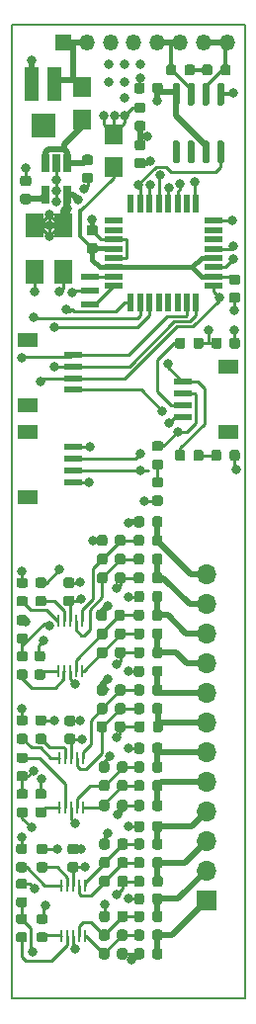
<source format=gtl>
G04 #@! TF.GenerationSoftware,KiCad,Pcbnew,(5.1.9-0-10_14)*
G04 #@! TF.CreationDate,2021-01-28T12:41:14+01:00*
G04 #@! TF.ProjectId,instrumnet,696e7374-7275-46d6-9e65-742e6b696361,rev?*
G04 #@! TF.SameCoordinates,Original*
G04 #@! TF.FileFunction,Copper,L1,Top*
G04 #@! TF.FilePolarity,Positive*
%FSLAX46Y46*%
G04 Gerber Fmt 4.6, Leading zero omitted, Abs format (unit mm)*
G04 Created by KiCad (PCBNEW (5.1.9-0-10_14)) date 2021-01-28 12:41:14*
%MOMM*%
%LPD*%
G01*
G04 APERTURE LIST*
G04 #@! TA.AperFunction,Profile*
%ADD10C,0.150000*%
G04 #@! TD*
G04 #@! TA.AperFunction,SMDPad,CuDef*
%ADD11R,1.600000X1.800000*%
G04 #@! TD*
G04 #@! TA.AperFunction,ComponentPad*
%ADD12O,1.700000X1.700000*%
G04 #@! TD*
G04 #@! TA.AperFunction,ComponentPad*
%ADD13R,1.700000X1.700000*%
G04 #@! TD*
G04 #@! TA.AperFunction,SMDPad,CuDef*
%ADD14R,0.250000X1.100000*%
G04 #@! TD*
G04 #@! TA.AperFunction,ComponentPad*
%ADD15O,1.350000X1.350000*%
G04 #@! TD*
G04 #@! TA.AperFunction,ComponentPad*
%ADD16R,1.350000X1.350000*%
G04 #@! TD*
G04 #@! TA.AperFunction,SMDPad,CuDef*
%ADD17R,0.550000X1.600000*%
G04 #@! TD*
G04 #@! TA.AperFunction,SMDPad,CuDef*
%ADD18R,1.600000X0.550000*%
G04 #@! TD*
G04 #@! TA.AperFunction,SMDPad,CuDef*
%ADD19R,1.550000X0.600000*%
G04 #@! TD*
G04 #@! TA.AperFunction,SMDPad,CuDef*
%ADD20R,1.800000X1.200000*%
G04 #@! TD*
G04 #@! TA.AperFunction,SMDPad,CuDef*
%ADD21R,1.600000X2.000000*%
G04 #@! TD*
G04 #@! TA.AperFunction,SMDPad,CuDef*
%ADD22R,2.000000X2.000000*%
G04 #@! TD*
G04 #@! TA.AperFunction,SMDPad,CuDef*
%ADD23R,1.200000X3.000000*%
G04 #@! TD*
G04 #@! TA.AperFunction,SMDPad,CuDef*
%ADD24R,1.500000X0.500000*%
G04 #@! TD*
G04 #@! TA.AperFunction,SMDPad,CuDef*
%ADD25R,0.650000X1.560000*%
G04 #@! TD*
G04 #@! TA.AperFunction,ViaPad*
%ADD26C,0.800000*%
G04 #@! TD*
G04 #@! TA.AperFunction,Conductor*
%ADD27C,0.250000*%
G04 #@! TD*
G04 #@! TA.AperFunction,Conductor*
%ADD28C,0.400000*%
G04 #@! TD*
G04 #@! TA.AperFunction,Conductor*
%ADD29C,0.500000*%
G04 #@! TD*
G04 #@! TA.AperFunction,Conductor*
%ADD30C,0.350000*%
G04 #@! TD*
G04 #@! TA.AperFunction,Conductor*
%ADD31C,0.300000*%
G04 #@! TD*
G04 APERTURE END LIST*
D10*
X124500000Y-63650000D02*
X144500000Y-63650000D01*
X124500000Y-147050000D02*
X124500000Y-63650000D01*
X144500000Y-147050000D02*
X124500000Y-147050000D01*
X144500000Y-63650000D02*
X144500000Y-147050000D01*
D11*
X130520000Y-68950000D03*
X130520000Y-71750000D03*
X133200000Y-75800000D03*
X133200000Y-73000000D03*
G04 #@! TA.AperFunction,SMDPad,CuDef*
G36*
G01*
X143262500Y-67243750D02*
X143262500Y-67756250D01*
G75*
G02*
X143043750Y-67975000I-218750J0D01*
G01*
X142606250Y-67975000D01*
G75*
G02*
X142387500Y-67756250I0J218750D01*
G01*
X142387500Y-67243750D01*
G75*
G02*
X142606250Y-67025000I218750J0D01*
G01*
X143043750Y-67025000D01*
G75*
G02*
X143262500Y-67243750I0J-218750D01*
G01*
G37*
G04 #@! TD.AperFunction*
G04 #@! TA.AperFunction,SMDPad,CuDef*
G36*
G01*
X141687500Y-67243750D02*
X141687500Y-67756250D01*
G75*
G02*
X141468750Y-67975000I-218750J0D01*
G01*
X141031250Y-67975000D01*
G75*
G02*
X140812500Y-67756250I0J218750D01*
G01*
X140812500Y-67243750D01*
G75*
G02*
X141031250Y-67025000I218750J0D01*
G01*
X141468750Y-67025000D01*
G75*
G02*
X141687500Y-67243750I0J-218750D01*
G01*
G37*
G04 #@! TD.AperFunction*
G04 #@! TA.AperFunction,SMDPad,CuDef*
G36*
G01*
X137256250Y-104825000D02*
X136743750Y-104825000D01*
G75*
G02*
X136525000Y-104606250I0J218750D01*
G01*
X136525000Y-104168750D01*
G75*
G02*
X136743750Y-103950000I218750J0D01*
G01*
X137256250Y-103950000D01*
G75*
G02*
X137475000Y-104168750I0J-218750D01*
G01*
X137475000Y-104606250D01*
G75*
G02*
X137256250Y-104825000I-218750J0D01*
G01*
G37*
G04 #@! TD.AperFunction*
G04 #@! TA.AperFunction,SMDPad,CuDef*
G36*
G01*
X137256250Y-103250000D02*
X136743750Y-103250000D01*
G75*
G02*
X136525000Y-103031250I0J218750D01*
G01*
X136525000Y-102593750D01*
G75*
G02*
X136743750Y-102375000I218750J0D01*
G01*
X137256250Y-102375000D01*
G75*
G02*
X137475000Y-102593750I0J-218750D01*
G01*
X137475000Y-103031250D01*
G75*
G02*
X137256250Y-103250000I-218750J0D01*
G01*
G37*
G04 #@! TD.AperFunction*
G04 #@! TA.AperFunction,SMDPad,CuDef*
G36*
G01*
X144037500Y-100243750D02*
X144037500Y-100756250D01*
G75*
G02*
X143818750Y-100975000I-218750J0D01*
G01*
X143381250Y-100975000D01*
G75*
G02*
X143162500Y-100756250I0J218750D01*
G01*
X143162500Y-100243750D01*
G75*
G02*
X143381250Y-100025000I218750J0D01*
G01*
X143818750Y-100025000D01*
G75*
G02*
X144037500Y-100243750I0J-218750D01*
G01*
G37*
G04 #@! TD.AperFunction*
G04 #@! TA.AperFunction,SMDPad,CuDef*
G36*
G01*
X142462500Y-100243750D02*
X142462500Y-100756250D01*
G75*
G02*
X142243750Y-100975000I-218750J0D01*
G01*
X141806250Y-100975000D01*
G75*
G02*
X141587500Y-100756250I0J218750D01*
G01*
X141587500Y-100243750D01*
G75*
G02*
X141806250Y-100025000I218750J0D01*
G01*
X142243750Y-100025000D01*
G75*
G02*
X142462500Y-100243750I0J-218750D01*
G01*
G37*
G04 #@! TD.AperFunction*
D12*
X141200000Y-110680000D03*
X141200000Y-113220000D03*
X141200000Y-115760000D03*
X141200000Y-118300000D03*
X141200000Y-120840000D03*
X141200000Y-123380000D03*
X141200000Y-125920000D03*
X141200000Y-128460000D03*
X141200000Y-131000000D03*
X141200000Y-133540000D03*
X141200000Y-136080000D03*
D13*
X141200000Y-138620000D03*
G04 #@! TA.AperFunction,SMDPad,CuDef*
G36*
G01*
X125950000Y-79000000D02*
X125450000Y-79000000D01*
G75*
G02*
X125225000Y-78775000I0J225000D01*
G01*
X125225000Y-78325000D01*
G75*
G02*
X125450000Y-78100000I225000J0D01*
G01*
X125950000Y-78100000D01*
G75*
G02*
X126175000Y-78325000I0J-225000D01*
G01*
X126175000Y-78775000D01*
G75*
G02*
X125950000Y-79000000I-225000J0D01*
G01*
G37*
G04 #@! TD.AperFunction*
G04 #@! TA.AperFunction,SMDPad,CuDef*
G36*
G01*
X125950000Y-77450000D02*
X125450000Y-77450000D01*
G75*
G02*
X125225000Y-77225000I0J225000D01*
G01*
X125225000Y-76775000D01*
G75*
G02*
X125450000Y-76550000I225000J0D01*
G01*
X125950000Y-76550000D01*
G75*
G02*
X126175000Y-76775000I0J-225000D01*
G01*
X126175000Y-77225000D01*
G75*
G02*
X125950000Y-77450000I-225000J0D01*
G01*
G37*
G04 #@! TD.AperFunction*
G04 #@! TA.AperFunction,SMDPad,CuDef*
G36*
G01*
X132000000Y-137250000D02*
X132000000Y-136750000D01*
G75*
G02*
X132225000Y-136525000I225000J0D01*
G01*
X132675000Y-136525000D01*
G75*
G02*
X132900000Y-136750000I0J-225000D01*
G01*
X132900000Y-137250000D01*
G75*
G02*
X132675000Y-137475000I-225000J0D01*
G01*
X132225000Y-137475000D01*
G75*
G02*
X132000000Y-137250000I0J225000D01*
G01*
G37*
G04 #@! TD.AperFunction*
G04 #@! TA.AperFunction,SMDPad,CuDef*
G36*
G01*
X133550000Y-137250000D02*
X133550000Y-136750000D01*
G75*
G02*
X133775000Y-136525000I225000J0D01*
G01*
X134225000Y-136525000D01*
G75*
G02*
X134450000Y-136750000I0J-225000D01*
G01*
X134450000Y-137250000D01*
G75*
G02*
X134225000Y-137475000I-225000J0D01*
G01*
X133775000Y-137475000D01*
G75*
G02*
X133550000Y-137250000I0J225000D01*
G01*
G37*
G04 #@! TD.AperFunction*
G04 #@! TA.AperFunction,SMDPad,CuDef*
G36*
G01*
X132000000Y-135650000D02*
X132000000Y-135150000D01*
G75*
G02*
X132225000Y-134925000I225000J0D01*
G01*
X132675000Y-134925000D01*
G75*
G02*
X132900000Y-135150000I0J-225000D01*
G01*
X132900000Y-135650000D01*
G75*
G02*
X132675000Y-135875000I-225000J0D01*
G01*
X132225000Y-135875000D01*
G75*
G02*
X132000000Y-135650000I0J225000D01*
G01*
G37*
G04 #@! TD.AperFunction*
G04 #@! TA.AperFunction,SMDPad,CuDef*
G36*
G01*
X133550000Y-135650000D02*
X133550000Y-135150000D01*
G75*
G02*
X133775000Y-134925000I225000J0D01*
G01*
X134225000Y-134925000D01*
G75*
G02*
X134450000Y-135150000I0J-225000D01*
G01*
X134450000Y-135650000D01*
G75*
G02*
X134225000Y-135875000I-225000J0D01*
G01*
X133775000Y-135875000D01*
G75*
G02*
X133550000Y-135650000I0J225000D01*
G01*
G37*
G04 #@! TD.AperFunction*
G04 #@! TA.AperFunction,SMDPad,CuDef*
G36*
G01*
X132000000Y-134050000D02*
X132000000Y-133550000D01*
G75*
G02*
X132225000Y-133325000I225000J0D01*
G01*
X132675000Y-133325000D01*
G75*
G02*
X132900000Y-133550000I0J-225000D01*
G01*
X132900000Y-134050000D01*
G75*
G02*
X132675000Y-134275000I-225000J0D01*
G01*
X132225000Y-134275000D01*
G75*
G02*
X132000000Y-134050000I0J225000D01*
G01*
G37*
G04 #@! TD.AperFunction*
G04 #@! TA.AperFunction,SMDPad,CuDef*
G36*
G01*
X133550000Y-134050000D02*
X133550000Y-133550000D01*
G75*
G02*
X133775000Y-133325000I225000J0D01*
G01*
X134225000Y-133325000D01*
G75*
G02*
X134450000Y-133550000I0J-225000D01*
G01*
X134450000Y-134050000D01*
G75*
G02*
X134225000Y-134275000I-225000J0D01*
G01*
X133775000Y-134275000D01*
G75*
G02*
X133550000Y-134050000I0J225000D01*
G01*
G37*
G04 #@! TD.AperFunction*
G04 #@! TA.AperFunction,SMDPad,CuDef*
G36*
G01*
X130000000Y-136225000D02*
X129500000Y-136225000D01*
G75*
G02*
X129275000Y-136000000I0J225000D01*
G01*
X129275000Y-135550000D01*
G75*
G02*
X129500000Y-135325000I225000J0D01*
G01*
X130000000Y-135325000D01*
G75*
G02*
X130225000Y-135550000I0J-225000D01*
G01*
X130225000Y-136000000D01*
G75*
G02*
X130000000Y-136225000I-225000J0D01*
G01*
G37*
G04 #@! TD.AperFunction*
G04 #@! TA.AperFunction,SMDPad,CuDef*
G36*
G01*
X130000000Y-134675000D02*
X129500000Y-134675000D01*
G75*
G02*
X129275000Y-134450000I0J225000D01*
G01*
X129275000Y-134000000D01*
G75*
G02*
X129500000Y-133775000I225000J0D01*
G01*
X130000000Y-133775000D01*
G75*
G02*
X130225000Y-134000000I0J-225000D01*
G01*
X130225000Y-134450000D01*
G75*
G02*
X130000000Y-134675000I-225000J0D01*
G01*
G37*
G04 #@! TD.AperFunction*
G04 #@! TA.AperFunction,SMDPad,CuDef*
G36*
G01*
X129650000Y-113425000D02*
X129150000Y-113425000D01*
G75*
G02*
X128925000Y-113200000I0J225000D01*
G01*
X128925000Y-112750000D01*
G75*
G02*
X129150000Y-112525000I225000J0D01*
G01*
X129650000Y-112525000D01*
G75*
G02*
X129875000Y-112750000I0J-225000D01*
G01*
X129875000Y-113200000D01*
G75*
G02*
X129650000Y-113425000I-225000J0D01*
G01*
G37*
G04 #@! TD.AperFunction*
G04 #@! TA.AperFunction,SMDPad,CuDef*
G36*
G01*
X129650000Y-111875000D02*
X129150000Y-111875000D01*
G75*
G02*
X128925000Y-111650000I0J225000D01*
G01*
X128925000Y-111200000D01*
G75*
G02*
X129150000Y-110975000I225000J0D01*
G01*
X129650000Y-110975000D01*
G75*
G02*
X129875000Y-111200000I0J-225000D01*
G01*
X129875000Y-111650000D01*
G75*
G02*
X129650000Y-111875000I-225000J0D01*
G01*
G37*
G04 #@! TD.AperFunction*
G04 #@! TA.AperFunction,SMDPad,CuDef*
G36*
G01*
X131800000Y-111250000D02*
X131800000Y-110750000D01*
G75*
G02*
X132025000Y-110525000I225000J0D01*
G01*
X132475000Y-110525000D01*
G75*
G02*
X132700000Y-110750000I0J-225000D01*
G01*
X132700000Y-111250000D01*
G75*
G02*
X132475000Y-111475000I-225000J0D01*
G01*
X132025000Y-111475000D01*
G75*
G02*
X131800000Y-111250000I0J225000D01*
G01*
G37*
G04 #@! TD.AperFunction*
G04 #@! TA.AperFunction,SMDPad,CuDef*
G36*
G01*
X133350000Y-111250000D02*
X133350000Y-110750000D01*
G75*
G02*
X133575000Y-110525000I225000J0D01*
G01*
X134025000Y-110525000D01*
G75*
G02*
X134250000Y-110750000I0J-225000D01*
G01*
X134250000Y-111250000D01*
G75*
G02*
X134025000Y-111475000I-225000J0D01*
G01*
X133575000Y-111475000D01*
G75*
G02*
X133350000Y-111250000I0J225000D01*
G01*
G37*
G04 #@! TD.AperFunction*
G04 #@! TA.AperFunction,SMDPad,CuDef*
G36*
G01*
X131800000Y-108050000D02*
X131800000Y-107550000D01*
G75*
G02*
X132025000Y-107325000I225000J0D01*
G01*
X132475000Y-107325000D01*
G75*
G02*
X132700000Y-107550000I0J-225000D01*
G01*
X132700000Y-108050000D01*
G75*
G02*
X132475000Y-108275000I-225000J0D01*
G01*
X132025000Y-108275000D01*
G75*
G02*
X131800000Y-108050000I0J225000D01*
G01*
G37*
G04 #@! TD.AperFunction*
G04 #@! TA.AperFunction,SMDPad,CuDef*
G36*
G01*
X133350000Y-108050000D02*
X133350000Y-107550000D01*
G75*
G02*
X133575000Y-107325000I225000J0D01*
G01*
X134025000Y-107325000D01*
G75*
G02*
X134250000Y-107550000I0J-225000D01*
G01*
X134250000Y-108050000D01*
G75*
G02*
X134025000Y-108275000I-225000J0D01*
G01*
X133575000Y-108275000D01*
G75*
G02*
X133350000Y-108050000I0J225000D01*
G01*
G37*
G04 #@! TD.AperFunction*
G04 #@! TA.AperFunction,SMDPad,CuDef*
G36*
G01*
X131800000Y-117650000D02*
X131800000Y-117150000D01*
G75*
G02*
X132025000Y-116925000I225000J0D01*
G01*
X132475000Y-116925000D01*
G75*
G02*
X132700000Y-117150000I0J-225000D01*
G01*
X132700000Y-117650000D01*
G75*
G02*
X132475000Y-117875000I-225000J0D01*
G01*
X132025000Y-117875000D01*
G75*
G02*
X131800000Y-117650000I0J225000D01*
G01*
G37*
G04 #@! TD.AperFunction*
G04 #@! TA.AperFunction,SMDPad,CuDef*
G36*
G01*
X133350000Y-117650000D02*
X133350000Y-117150000D01*
G75*
G02*
X133575000Y-116925000I225000J0D01*
G01*
X134025000Y-116925000D01*
G75*
G02*
X134250000Y-117150000I0J-225000D01*
G01*
X134250000Y-117650000D01*
G75*
G02*
X134025000Y-117875000I-225000J0D01*
G01*
X133575000Y-117875000D01*
G75*
G02*
X133350000Y-117650000I0J225000D01*
G01*
G37*
G04 #@! TD.AperFunction*
G04 #@! TA.AperFunction,SMDPad,CuDef*
G36*
G01*
X131750000Y-114450000D02*
X131750000Y-113950000D01*
G75*
G02*
X131975000Y-113725000I225000J0D01*
G01*
X132425000Y-113725000D01*
G75*
G02*
X132650000Y-113950000I0J-225000D01*
G01*
X132650000Y-114450000D01*
G75*
G02*
X132425000Y-114675000I-225000J0D01*
G01*
X131975000Y-114675000D01*
G75*
G02*
X131750000Y-114450000I0J225000D01*
G01*
G37*
G04 #@! TD.AperFunction*
G04 #@! TA.AperFunction,SMDPad,CuDef*
G36*
G01*
X133300000Y-114450000D02*
X133300000Y-113950000D01*
G75*
G02*
X133525000Y-113725000I225000J0D01*
G01*
X133975000Y-113725000D01*
G75*
G02*
X134200000Y-113950000I0J-225000D01*
G01*
X134200000Y-114450000D01*
G75*
G02*
X133975000Y-114675000I-225000J0D01*
G01*
X133525000Y-114675000D01*
G75*
G02*
X133300000Y-114450000I0J225000D01*
G01*
G37*
G04 #@! TD.AperFunction*
G04 #@! TA.AperFunction,SMDPad,CuDef*
G36*
G01*
X131800000Y-109650000D02*
X131800000Y-109150000D01*
G75*
G02*
X132025000Y-108925000I225000J0D01*
G01*
X132475000Y-108925000D01*
G75*
G02*
X132700000Y-109150000I0J-225000D01*
G01*
X132700000Y-109650000D01*
G75*
G02*
X132475000Y-109875000I-225000J0D01*
G01*
X132025000Y-109875000D01*
G75*
G02*
X131800000Y-109650000I0J225000D01*
G01*
G37*
G04 #@! TD.AperFunction*
G04 #@! TA.AperFunction,SMDPad,CuDef*
G36*
G01*
X133350000Y-109650000D02*
X133350000Y-109150000D01*
G75*
G02*
X133575000Y-108925000I225000J0D01*
G01*
X134025000Y-108925000D01*
G75*
G02*
X134250000Y-109150000I0J-225000D01*
G01*
X134250000Y-109650000D01*
G75*
G02*
X134025000Y-109875000I-225000J0D01*
G01*
X133575000Y-109875000D01*
G75*
G02*
X133350000Y-109650000I0J225000D01*
G01*
G37*
G04 #@! TD.AperFunction*
G04 #@! TA.AperFunction,SMDPad,CuDef*
G36*
G01*
X131800000Y-116050000D02*
X131800000Y-115550000D01*
G75*
G02*
X132025000Y-115325000I225000J0D01*
G01*
X132475000Y-115325000D01*
G75*
G02*
X132700000Y-115550000I0J-225000D01*
G01*
X132700000Y-116050000D01*
G75*
G02*
X132475000Y-116275000I-225000J0D01*
G01*
X132025000Y-116275000D01*
G75*
G02*
X131800000Y-116050000I0J225000D01*
G01*
G37*
G04 #@! TD.AperFunction*
G04 #@! TA.AperFunction,SMDPad,CuDef*
G36*
G01*
X133350000Y-116050000D02*
X133350000Y-115550000D01*
G75*
G02*
X133575000Y-115325000I225000J0D01*
G01*
X134025000Y-115325000D01*
G75*
G02*
X134250000Y-115550000I0J-225000D01*
G01*
X134250000Y-116050000D01*
G75*
G02*
X134025000Y-116275000I-225000J0D01*
G01*
X133575000Y-116275000D01*
G75*
G02*
X133350000Y-116050000I0J225000D01*
G01*
G37*
G04 #@! TD.AperFunction*
G04 #@! TA.AperFunction,SMDPad,CuDef*
G36*
G01*
X129750000Y-125250000D02*
X129250000Y-125250000D01*
G75*
G02*
X129025000Y-125025000I0J225000D01*
G01*
X129025000Y-124575000D01*
G75*
G02*
X129250000Y-124350000I225000J0D01*
G01*
X129750000Y-124350000D01*
G75*
G02*
X129975000Y-124575000I0J-225000D01*
G01*
X129975000Y-125025000D01*
G75*
G02*
X129750000Y-125250000I-225000J0D01*
G01*
G37*
G04 #@! TD.AperFunction*
G04 #@! TA.AperFunction,SMDPad,CuDef*
G36*
G01*
X129750000Y-123700000D02*
X129250000Y-123700000D01*
G75*
G02*
X129025000Y-123475000I0J225000D01*
G01*
X129025000Y-123025000D01*
G75*
G02*
X129250000Y-122800000I225000J0D01*
G01*
X129750000Y-122800000D01*
G75*
G02*
X129975000Y-123025000I0J-225000D01*
G01*
X129975000Y-123475000D01*
G75*
G02*
X129750000Y-123700000I-225000J0D01*
G01*
G37*
G04 #@! TD.AperFunction*
G04 #@! TA.AperFunction,SMDPad,CuDef*
G36*
G01*
X131975000Y-143450000D02*
X131975000Y-142950000D01*
G75*
G02*
X132200000Y-142725000I225000J0D01*
G01*
X132650000Y-142725000D01*
G75*
G02*
X132875000Y-142950000I0J-225000D01*
G01*
X132875000Y-143450000D01*
G75*
G02*
X132650000Y-143675000I-225000J0D01*
G01*
X132200000Y-143675000D01*
G75*
G02*
X131975000Y-143450000I0J225000D01*
G01*
G37*
G04 #@! TD.AperFunction*
G04 #@! TA.AperFunction,SMDPad,CuDef*
G36*
G01*
X133525000Y-143450000D02*
X133525000Y-142950000D01*
G75*
G02*
X133750000Y-142725000I225000J0D01*
G01*
X134200000Y-142725000D01*
G75*
G02*
X134425000Y-142950000I0J-225000D01*
G01*
X134425000Y-143450000D01*
G75*
G02*
X134200000Y-143675000I-225000J0D01*
G01*
X133750000Y-143675000D01*
G75*
G02*
X133525000Y-143450000I0J225000D01*
G01*
G37*
G04 #@! TD.AperFunction*
G04 #@! TA.AperFunction,SMDPad,CuDef*
G36*
G01*
X131975000Y-141850000D02*
X131975000Y-141350000D01*
G75*
G02*
X132200000Y-141125000I225000J0D01*
G01*
X132650000Y-141125000D01*
G75*
G02*
X132875000Y-141350000I0J-225000D01*
G01*
X132875000Y-141850000D01*
G75*
G02*
X132650000Y-142075000I-225000J0D01*
G01*
X132200000Y-142075000D01*
G75*
G02*
X131975000Y-141850000I0J225000D01*
G01*
G37*
G04 #@! TD.AperFunction*
G04 #@! TA.AperFunction,SMDPad,CuDef*
G36*
G01*
X133525000Y-141850000D02*
X133525000Y-141350000D01*
G75*
G02*
X133750000Y-141125000I225000J0D01*
G01*
X134200000Y-141125000D01*
G75*
G02*
X134425000Y-141350000I0J-225000D01*
G01*
X134425000Y-141850000D01*
G75*
G02*
X134200000Y-142075000I-225000J0D01*
G01*
X133750000Y-142075000D01*
G75*
G02*
X133525000Y-141850000I0J225000D01*
G01*
G37*
G04 #@! TD.AperFunction*
G04 #@! TA.AperFunction,SMDPad,CuDef*
G36*
G01*
X132000000Y-140250000D02*
X132000000Y-139750000D01*
G75*
G02*
X132225000Y-139525000I225000J0D01*
G01*
X132675000Y-139525000D01*
G75*
G02*
X132900000Y-139750000I0J-225000D01*
G01*
X132900000Y-140250000D01*
G75*
G02*
X132675000Y-140475000I-225000J0D01*
G01*
X132225000Y-140475000D01*
G75*
G02*
X132000000Y-140250000I0J225000D01*
G01*
G37*
G04 #@! TD.AperFunction*
G04 #@! TA.AperFunction,SMDPad,CuDef*
G36*
G01*
X133550000Y-140250000D02*
X133550000Y-139750000D01*
G75*
G02*
X133775000Y-139525000I225000J0D01*
G01*
X134225000Y-139525000D01*
G75*
G02*
X134450000Y-139750000I0J-225000D01*
G01*
X134450000Y-140250000D01*
G75*
G02*
X134225000Y-140475000I-225000J0D01*
G01*
X133775000Y-140475000D01*
G75*
G02*
X133550000Y-140250000I0J225000D01*
G01*
G37*
G04 #@! TD.AperFunction*
G04 #@! TA.AperFunction,SMDPad,CuDef*
G36*
G01*
X131775000Y-124000000D02*
X131775000Y-123500000D01*
G75*
G02*
X132000000Y-123275000I225000J0D01*
G01*
X132450000Y-123275000D01*
G75*
G02*
X132675000Y-123500000I0J-225000D01*
G01*
X132675000Y-124000000D01*
G75*
G02*
X132450000Y-124225000I-225000J0D01*
G01*
X132000000Y-124225000D01*
G75*
G02*
X131775000Y-124000000I0J225000D01*
G01*
G37*
G04 #@! TD.AperFunction*
G04 #@! TA.AperFunction,SMDPad,CuDef*
G36*
G01*
X133325000Y-124000000D02*
X133325000Y-123500000D01*
G75*
G02*
X133550000Y-123275000I225000J0D01*
G01*
X134000000Y-123275000D01*
G75*
G02*
X134225000Y-123500000I0J-225000D01*
G01*
X134225000Y-124000000D01*
G75*
G02*
X134000000Y-124225000I-225000J0D01*
G01*
X133550000Y-124225000D01*
G75*
G02*
X133325000Y-124000000I0J225000D01*
G01*
G37*
G04 #@! TD.AperFunction*
G04 #@! TA.AperFunction,SMDPad,CuDef*
G36*
G01*
X131800000Y-120850000D02*
X131800000Y-120350000D01*
G75*
G02*
X132025000Y-120125000I225000J0D01*
G01*
X132475000Y-120125000D01*
G75*
G02*
X132700000Y-120350000I0J-225000D01*
G01*
X132700000Y-120850000D01*
G75*
G02*
X132475000Y-121075000I-225000J0D01*
G01*
X132025000Y-121075000D01*
G75*
G02*
X131800000Y-120850000I0J225000D01*
G01*
G37*
G04 #@! TD.AperFunction*
G04 #@! TA.AperFunction,SMDPad,CuDef*
G36*
G01*
X133350000Y-120850000D02*
X133350000Y-120350000D01*
G75*
G02*
X133575000Y-120125000I225000J0D01*
G01*
X134025000Y-120125000D01*
G75*
G02*
X134250000Y-120350000I0J-225000D01*
G01*
X134250000Y-120850000D01*
G75*
G02*
X134025000Y-121075000I-225000J0D01*
G01*
X133575000Y-121075000D01*
G75*
G02*
X133350000Y-120850000I0J225000D01*
G01*
G37*
G04 #@! TD.AperFunction*
G04 #@! TA.AperFunction,SMDPad,CuDef*
G36*
G01*
X131975000Y-130750000D02*
X131975000Y-130250000D01*
G75*
G02*
X132200000Y-130025000I225000J0D01*
G01*
X132650000Y-130025000D01*
G75*
G02*
X132875000Y-130250000I0J-225000D01*
G01*
X132875000Y-130750000D01*
G75*
G02*
X132650000Y-130975000I-225000J0D01*
G01*
X132200000Y-130975000D01*
G75*
G02*
X131975000Y-130750000I0J225000D01*
G01*
G37*
G04 #@! TD.AperFunction*
G04 #@! TA.AperFunction,SMDPad,CuDef*
G36*
G01*
X133525000Y-130750000D02*
X133525000Y-130250000D01*
G75*
G02*
X133750000Y-130025000I225000J0D01*
G01*
X134200000Y-130025000D01*
G75*
G02*
X134425000Y-130250000I0J-225000D01*
G01*
X134425000Y-130750000D01*
G75*
G02*
X134200000Y-130975000I-225000J0D01*
G01*
X133750000Y-130975000D01*
G75*
G02*
X133525000Y-130750000I0J225000D01*
G01*
G37*
G04 #@! TD.AperFunction*
G04 #@! TA.AperFunction,SMDPad,CuDef*
G36*
G01*
X130750000Y-74750000D02*
X131250000Y-74750000D01*
G75*
G02*
X131475000Y-74975000I0J-225000D01*
G01*
X131475000Y-75425000D01*
G75*
G02*
X131250000Y-75650000I-225000J0D01*
G01*
X130750000Y-75650000D01*
G75*
G02*
X130525000Y-75425000I0J225000D01*
G01*
X130525000Y-74975000D01*
G75*
G02*
X130750000Y-74750000I225000J0D01*
G01*
G37*
G04 #@! TD.AperFunction*
G04 #@! TA.AperFunction,SMDPad,CuDef*
G36*
G01*
X130750000Y-76300000D02*
X131250000Y-76300000D01*
G75*
G02*
X131475000Y-76525000I0J-225000D01*
G01*
X131475000Y-76975000D01*
G75*
G02*
X131250000Y-77200000I-225000J0D01*
G01*
X130750000Y-77200000D01*
G75*
G02*
X130525000Y-76975000I0J225000D01*
G01*
X130525000Y-76525000D01*
G75*
G02*
X130750000Y-76300000I225000J0D01*
G01*
G37*
G04 #@! TD.AperFunction*
G04 #@! TA.AperFunction,SMDPad,CuDef*
G36*
G01*
X135250000Y-73475000D02*
X135750000Y-73475000D01*
G75*
G02*
X135975000Y-73700000I0J-225000D01*
G01*
X135975000Y-74150000D01*
G75*
G02*
X135750000Y-74375000I-225000J0D01*
G01*
X135250000Y-74375000D01*
G75*
G02*
X135025000Y-74150000I0J225000D01*
G01*
X135025000Y-73700000D01*
G75*
G02*
X135250000Y-73475000I225000J0D01*
G01*
G37*
G04 #@! TD.AperFunction*
G04 #@! TA.AperFunction,SMDPad,CuDef*
G36*
G01*
X135250000Y-75025000D02*
X135750000Y-75025000D01*
G75*
G02*
X135975000Y-75250000I0J-225000D01*
G01*
X135975000Y-75700000D01*
G75*
G02*
X135750000Y-75925000I-225000J0D01*
G01*
X135250000Y-75925000D01*
G75*
G02*
X135025000Y-75700000I0J225000D01*
G01*
X135025000Y-75250000D01*
G75*
G02*
X135250000Y-75025000I225000J0D01*
G01*
G37*
G04 #@! TD.AperFunction*
G04 #@! TA.AperFunction,SMDPad,CuDef*
G36*
G01*
X131650000Y-83225000D02*
X131150000Y-83225000D01*
G75*
G02*
X130925000Y-83000000I0J225000D01*
G01*
X130925000Y-82550000D01*
G75*
G02*
X131150000Y-82325000I225000J0D01*
G01*
X131650000Y-82325000D01*
G75*
G02*
X131875000Y-82550000I0J-225000D01*
G01*
X131875000Y-83000000D01*
G75*
G02*
X131650000Y-83225000I-225000J0D01*
G01*
G37*
G04 #@! TD.AperFunction*
G04 #@! TA.AperFunction,SMDPad,CuDef*
G36*
G01*
X131650000Y-81675000D02*
X131150000Y-81675000D01*
G75*
G02*
X130925000Y-81450000I0J225000D01*
G01*
X130925000Y-81000000D01*
G75*
G02*
X131150000Y-80775000I225000J0D01*
G01*
X131650000Y-80775000D01*
G75*
G02*
X131875000Y-81000000I0J-225000D01*
G01*
X131875000Y-81450000D01*
G75*
G02*
X131650000Y-81675000I-225000J0D01*
G01*
G37*
G04 #@! TD.AperFunction*
G04 #@! TA.AperFunction,SMDPad,CuDef*
G36*
G01*
X143350000Y-85000000D02*
X143850000Y-85000000D01*
G75*
G02*
X144075000Y-85225000I0J-225000D01*
G01*
X144075000Y-85675000D01*
G75*
G02*
X143850000Y-85900000I-225000J0D01*
G01*
X143350000Y-85900000D01*
G75*
G02*
X143125000Y-85675000I0J225000D01*
G01*
X143125000Y-85225000D01*
G75*
G02*
X143350000Y-85000000I225000J0D01*
G01*
G37*
G04 #@! TD.AperFunction*
G04 #@! TA.AperFunction,SMDPad,CuDef*
G36*
G01*
X143350000Y-86550000D02*
X143850000Y-86550000D01*
G75*
G02*
X144075000Y-86775000I0J-225000D01*
G01*
X144075000Y-87225000D01*
G75*
G02*
X143850000Y-87450000I-225000J0D01*
G01*
X143350000Y-87450000D01*
G75*
G02*
X143125000Y-87225000I0J225000D01*
G01*
X143125000Y-86775000D01*
G75*
G02*
X143350000Y-86550000I225000J0D01*
G01*
G37*
G04 #@! TD.AperFunction*
G04 #@! TA.AperFunction,SMDPad,CuDef*
G36*
G01*
X141600000Y-91150000D02*
X141600000Y-90650000D01*
G75*
G02*
X141825000Y-90425000I225000J0D01*
G01*
X142275000Y-90425000D01*
G75*
G02*
X142500000Y-90650000I0J-225000D01*
G01*
X142500000Y-91150000D01*
G75*
G02*
X142275000Y-91375000I-225000J0D01*
G01*
X141825000Y-91375000D01*
G75*
G02*
X141600000Y-91150000I0J225000D01*
G01*
G37*
G04 #@! TD.AperFunction*
G04 #@! TA.AperFunction,SMDPad,CuDef*
G36*
G01*
X143150000Y-91150000D02*
X143150000Y-90650000D01*
G75*
G02*
X143375000Y-90425000I225000J0D01*
G01*
X143825000Y-90425000D01*
G75*
G02*
X144050000Y-90650000I0J-225000D01*
G01*
X144050000Y-91150000D01*
G75*
G02*
X143825000Y-91375000I-225000J0D01*
G01*
X143375000Y-91375000D01*
G75*
G02*
X143150000Y-91150000I0J225000D01*
G01*
G37*
G04 #@! TD.AperFunction*
G04 #@! TA.AperFunction,SMDPad,CuDef*
G36*
G01*
X131975000Y-127450000D02*
X131975000Y-126950000D01*
G75*
G02*
X132200000Y-126725000I225000J0D01*
G01*
X132650000Y-126725000D01*
G75*
G02*
X132875000Y-126950000I0J-225000D01*
G01*
X132875000Y-127450000D01*
G75*
G02*
X132650000Y-127675000I-225000J0D01*
G01*
X132200000Y-127675000D01*
G75*
G02*
X131975000Y-127450000I0J225000D01*
G01*
G37*
G04 #@! TD.AperFunction*
G04 #@! TA.AperFunction,SMDPad,CuDef*
G36*
G01*
X133525000Y-127450000D02*
X133525000Y-126950000D01*
G75*
G02*
X133750000Y-126725000I225000J0D01*
G01*
X134200000Y-126725000D01*
G75*
G02*
X134425000Y-126950000I0J-225000D01*
G01*
X134425000Y-127450000D01*
G75*
G02*
X134200000Y-127675000I-225000J0D01*
G01*
X133750000Y-127675000D01*
G75*
G02*
X133525000Y-127450000I0J225000D01*
G01*
G37*
G04 #@! TD.AperFunction*
G04 #@! TA.AperFunction,SMDPad,CuDef*
G36*
G01*
X131800000Y-122450000D02*
X131800000Y-121950000D01*
G75*
G02*
X132025000Y-121725000I225000J0D01*
G01*
X132475000Y-121725000D01*
G75*
G02*
X132700000Y-121950000I0J-225000D01*
G01*
X132700000Y-122450000D01*
G75*
G02*
X132475000Y-122675000I-225000J0D01*
G01*
X132025000Y-122675000D01*
G75*
G02*
X131800000Y-122450000I0J225000D01*
G01*
G37*
G04 #@! TD.AperFunction*
G04 #@! TA.AperFunction,SMDPad,CuDef*
G36*
G01*
X133350000Y-122450000D02*
X133350000Y-121950000D01*
G75*
G02*
X133575000Y-121725000I225000J0D01*
G01*
X134025000Y-121725000D01*
G75*
G02*
X134250000Y-121950000I0J-225000D01*
G01*
X134250000Y-122450000D01*
G75*
G02*
X134025000Y-122675000I-225000J0D01*
G01*
X133575000Y-122675000D01*
G75*
G02*
X133350000Y-122450000I0J225000D01*
G01*
G37*
G04 #@! TD.AperFunction*
G04 #@! TA.AperFunction,SMDPad,CuDef*
G36*
G01*
X137450000Y-68800000D02*
X137450000Y-69300000D01*
G75*
G02*
X137225000Y-69525000I-225000J0D01*
G01*
X136775000Y-69525000D01*
G75*
G02*
X136550000Y-69300000I0J225000D01*
G01*
X136550000Y-68800000D01*
G75*
G02*
X136775000Y-68575000I225000J0D01*
G01*
X137225000Y-68575000D01*
G75*
G02*
X137450000Y-68800000I0J-225000D01*
G01*
G37*
G04 #@! TD.AperFunction*
G04 #@! TA.AperFunction,SMDPad,CuDef*
G36*
G01*
X135900000Y-68800000D02*
X135900000Y-69300000D01*
G75*
G02*
X135675000Y-69525000I-225000J0D01*
G01*
X135225000Y-69525000D01*
G75*
G02*
X135000000Y-69300000I0J225000D01*
G01*
X135000000Y-68800000D01*
G75*
G02*
X135225000Y-68575000I225000J0D01*
G01*
X135675000Y-68575000D01*
G75*
G02*
X135900000Y-68800000I0J-225000D01*
G01*
G37*
G04 #@! TD.AperFunction*
G04 #@! TA.AperFunction,SMDPad,CuDef*
G36*
G01*
X131975000Y-129050000D02*
X131975000Y-128550000D01*
G75*
G02*
X132200000Y-128325000I225000J0D01*
G01*
X132650000Y-128325000D01*
G75*
G02*
X132875000Y-128550000I0J-225000D01*
G01*
X132875000Y-129050000D01*
G75*
G02*
X132650000Y-129275000I-225000J0D01*
G01*
X132200000Y-129275000D01*
G75*
G02*
X131975000Y-129050000I0J225000D01*
G01*
G37*
G04 #@! TD.AperFunction*
G04 #@! TA.AperFunction,SMDPad,CuDef*
G36*
G01*
X133525000Y-129050000D02*
X133525000Y-128550000D01*
G75*
G02*
X133750000Y-128325000I225000J0D01*
G01*
X134200000Y-128325000D01*
G75*
G02*
X134425000Y-128550000I0J-225000D01*
G01*
X134425000Y-129050000D01*
G75*
G02*
X134200000Y-129275000I-225000J0D01*
G01*
X133750000Y-129275000D01*
G75*
G02*
X133525000Y-129050000I0J225000D01*
G01*
G37*
G04 #@! TD.AperFunction*
G04 #@! TA.AperFunction,SMDPad,CuDef*
G36*
G01*
X140187500Y-67243750D02*
X140187500Y-67756250D01*
G75*
G02*
X139968750Y-67975000I-218750J0D01*
G01*
X139531250Y-67975000D01*
G75*
G02*
X139312500Y-67756250I0J218750D01*
G01*
X139312500Y-67243750D01*
G75*
G02*
X139531250Y-67025000I218750J0D01*
G01*
X139968750Y-67025000D01*
G75*
G02*
X140187500Y-67243750I0J-218750D01*
G01*
G37*
G04 #@! TD.AperFunction*
G04 #@! TA.AperFunction,SMDPad,CuDef*
G36*
G01*
X138612500Y-67243750D02*
X138612500Y-67756250D01*
G75*
G02*
X138393750Y-67975000I-218750J0D01*
G01*
X137956250Y-67975000D01*
G75*
G02*
X137737500Y-67756250I0J218750D01*
G01*
X137737500Y-67243750D01*
G75*
G02*
X137956250Y-67025000I218750J0D01*
G01*
X138393750Y-67025000D01*
G75*
G02*
X138612500Y-67243750I0J-218750D01*
G01*
G37*
G04 #@! TD.AperFunction*
G04 #@! TA.AperFunction,SMDPad,CuDef*
G36*
G01*
X137256250Y-101725000D02*
X136743750Y-101725000D01*
G75*
G02*
X136525000Y-101506250I0J218750D01*
G01*
X136525000Y-101068750D01*
G75*
G02*
X136743750Y-100850000I218750J0D01*
G01*
X137256250Y-100850000D01*
G75*
G02*
X137475000Y-101068750I0J-218750D01*
G01*
X137475000Y-101506250D01*
G75*
G02*
X137256250Y-101725000I-218750J0D01*
G01*
G37*
G04 #@! TD.AperFunction*
G04 #@! TA.AperFunction,SMDPad,CuDef*
G36*
G01*
X137256250Y-100150000D02*
X136743750Y-100150000D01*
G75*
G02*
X136525000Y-99931250I0J218750D01*
G01*
X136525000Y-99493750D01*
G75*
G02*
X136743750Y-99275000I218750J0D01*
G01*
X137256250Y-99275000D01*
G75*
G02*
X137475000Y-99493750I0J-218750D01*
G01*
X137475000Y-99931250D01*
G75*
G02*
X137256250Y-100150000I-218750J0D01*
G01*
G37*
G04 #@! TD.AperFunction*
G04 #@! TA.AperFunction,SMDPad,CuDef*
G36*
G01*
X140937500Y-100243750D02*
X140937500Y-100756250D01*
G75*
G02*
X140718750Y-100975000I-218750J0D01*
G01*
X140281250Y-100975000D01*
G75*
G02*
X140062500Y-100756250I0J218750D01*
G01*
X140062500Y-100243750D01*
G75*
G02*
X140281250Y-100025000I218750J0D01*
G01*
X140718750Y-100025000D01*
G75*
G02*
X140937500Y-100243750I0J-218750D01*
G01*
G37*
G04 #@! TD.AperFunction*
G04 #@! TA.AperFunction,SMDPad,CuDef*
G36*
G01*
X139362500Y-100243750D02*
X139362500Y-100756250D01*
G75*
G02*
X139143750Y-100975000I-218750J0D01*
G01*
X138706250Y-100975000D01*
G75*
G02*
X138487500Y-100756250I0J218750D01*
G01*
X138487500Y-100243750D01*
G75*
G02*
X138706250Y-100025000I218750J0D01*
G01*
X139143750Y-100025000D01*
G75*
G02*
X139362500Y-100243750I0J-218750D01*
G01*
G37*
G04 #@! TD.AperFunction*
G04 #@! TA.AperFunction,SMDPad,CuDef*
G36*
G01*
X125656250Y-116637500D02*
X125143750Y-116637500D01*
G75*
G02*
X124925000Y-116418750I0J218750D01*
G01*
X124925000Y-115981250D01*
G75*
G02*
X125143750Y-115762500I218750J0D01*
G01*
X125656250Y-115762500D01*
G75*
G02*
X125875000Y-115981250I0J-218750D01*
G01*
X125875000Y-116418750D01*
G75*
G02*
X125656250Y-116637500I-218750J0D01*
G01*
G37*
G04 #@! TD.AperFunction*
G04 #@! TA.AperFunction,SMDPad,CuDef*
G36*
G01*
X125656250Y-115062500D02*
X125143750Y-115062500D01*
G75*
G02*
X124925000Y-114843750I0J218750D01*
G01*
X124925000Y-114406250D01*
G75*
G02*
X125143750Y-114187500I218750J0D01*
G01*
X125656250Y-114187500D01*
G75*
G02*
X125875000Y-114406250I0J-218750D01*
G01*
X125875000Y-114843750D01*
G75*
G02*
X125656250Y-115062500I-218750J0D01*
G01*
G37*
G04 #@! TD.AperFunction*
G04 #@! TA.AperFunction,SMDPad,CuDef*
G36*
G01*
X125656250Y-119712500D02*
X125143750Y-119712500D01*
G75*
G02*
X124925000Y-119493750I0J218750D01*
G01*
X124925000Y-119056250D01*
G75*
G02*
X125143750Y-118837500I218750J0D01*
G01*
X125656250Y-118837500D01*
G75*
G02*
X125875000Y-119056250I0J-218750D01*
G01*
X125875000Y-119493750D01*
G75*
G02*
X125656250Y-119712500I-218750J0D01*
G01*
G37*
G04 #@! TD.AperFunction*
G04 #@! TA.AperFunction,SMDPad,CuDef*
G36*
G01*
X125656250Y-118137500D02*
X125143750Y-118137500D01*
G75*
G02*
X124925000Y-117918750I0J218750D01*
G01*
X124925000Y-117481250D01*
G75*
G02*
X125143750Y-117262500I218750J0D01*
G01*
X125656250Y-117262500D01*
G75*
G02*
X125875000Y-117481250I0J-218750D01*
G01*
X125875000Y-117918750D01*
G75*
G02*
X125656250Y-118137500I-218750J0D01*
G01*
G37*
G04 #@! TD.AperFunction*
G04 #@! TA.AperFunction,SMDPad,CuDef*
G36*
G01*
X127256250Y-113425000D02*
X126743750Y-113425000D01*
G75*
G02*
X126525000Y-113206250I0J218750D01*
G01*
X126525000Y-112768750D01*
G75*
G02*
X126743750Y-112550000I218750J0D01*
G01*
X127256250Y-112550000D01*
G75*
G02*
X127475000Y-112768750I0J-218750D01*
G01*
X127475000Y-113206250D01*
G75*
G02*
X127256250Y-113425000I-218750J0D01*
G01*
G37*
G04 #@! TD.AperFunction*
G04 #@! TA.AperFunction,SMDPad,CuDef*
G36*
G01*
X127256250Y-111850000D02*
X126743750Y-111850000D01*
G75*
G02*
X126525000Y-111631250I0J218750D01*
G01*
X126525000Y-111193750D01*
G75*
G02*
X126743750Y-110975000I218750J0D01*
G01*
X127256250Y-110975000D01*
G75*
G02*
X127475000Y-111193750I0J-218750D01*
G01*
X127475000Y-111631250D01*
G75*
G02*
X127256250Y-111850000I-218750J0D01*
G01*
G37*
G04 #@! TD.AperFunction*
G04 #@! TA.AperFunction,SMDPad,CuDef*
G36*
G01*
X125656250Y-113437500D02*
X125143750Y-113437500D01*
G75*
G02*
X124925000Y-113218750I0J218750D01*
G01*
X124925000Y-112781250D01*
G75*
G02*
X125143750Y-112562500I218750J0D01*
G01*
X125656250Y-112562500D01*
G75*
G02*
X125875000Y-112781250I0J-218750D01*
G01*
X125875000Y-113218750D01*
G75*
G02*
X125656250Y-113437500I-218750J0D01*
G01*
G37*
G04 #@! TD.AperFunction*
G04 #@! TA.AperFunction,SMDPad,CuDef*
G36*
G01*
X125656250Y-111862500D02*
X125143750Y-111862500D01*
G75*
G02*
X124925000Y-111643750I0J218750D01*
G01*
X124925000Y-111206250D01*
G75*
G02*
X125143750Y-110987500I218750J0D01*
G01*
X125656250Y-110987500D01*
G75*
G02*
X125875000Y-111206250I0J-218750D01*
G01*
X125875000Y-111643750D01*
G75*
G02*
X125656250Y-111862500I-218750J0D01*
G01*
G37*
G04 #@! TD.AperFunction*
G04 #@! TA.AperFunction,SMDPad,CuDef*
G36*
G01*
X127156250Y-119725000D02*
X126643750Y-119725000D01*
G75*
G02*
X126425000Y-119506250I0J218750D01*
G01*
X126425000Y-119068750D01*
G75*
G02*
X126643750Y-118850000I218750J0D01*
G01*
X127156250Y-118850000D01*
G75*
G02*
X127375000Y-119068750I0J-218750D01*
G01*
X127375000Y-119506250D01*
G75*
G02*
X127156250Y-119725000I-218750J0D01*
G01*
G37*
G04 #@! TD.AperFunction*
G04 #@! TA.AperFunction,SMDPad,CuDef*
G36*
G01*
X127156250Y-118150000D02*
X126643750Y-118150000D01*
G75*
G02*
X126425000Y-117931250I0J218750D01*
G01*
X126425000Y-117493750D01*
G75*
G02*
X126643750Y-117275000I218750J0D01*
G01*
X127156250Y-117275000D01*
G75*
G02*
X127375000Y-117493750I0J-218750D01*
G01*
X127375000Y-117931250D01*
G75*
G02*
X127156250Y-118150000I-218750J0D01*
G01*
G37*
G04 #@! TD.AperFunction*
G04 #@! TA.AperFunction,SMDPad,CuDef*
G36*
G01*
X137412500Y-109143750D02*
X137412500Y-109656250D01*
G75*
G02*
X137193750Y-109875000I-218750J0D01*
G01*
X136756250Y-109875000D01*
G75*
G02*
X136537500Y-109656250I0J218750D01*
G01*
X136537500Y-109143750D01*
G75*
G02*
X136756250Y-108925000I218750J0D01*
G01*
X137193750Y-108925000D01*
G75*
G02*
X137412500Y-109143750I0J-218750D01*
G01*
G37*
G04 #@! TD.AperFunction*
G04 #@! TA.AperFunction,SMDPad,CuDef*
G36*
G01*
X135837500Y-109143750D02*
X135837500Y-109656250D01*
G75*
G02*
X135618750Y-109875000I-218750J0D01*
G01*
X135181250Y-109875000D01*
G75*
G02*
X134962500Y-109656250I0J218750D01*
G01*
X134962500Y-109143750D01*
G75*
G02*
X135181250Y-108925000I218750J0D01*
G01*
X135618750Y-108925000D01*
G75*
G02*
X135837500Y-109143750I0J-218750D01*
G01*
G37*
G04 #@! TD.AperFunction*
G04 #@! TA.AperFunction,SMDPad,CuDef*
G36*
G01*
X137412500Y-107543750D02*
X137412500Y-108056250D01*
G75*
G02*
X137193750Y-108275000I-218750J0D01*
G01*
X136756250Y-108275000D01*
G75*
G02*
X136537500Y-108056250I0J218750D01*
G01*
X136537500Y-107543750D01*
G75*
G02*
X136756250Y-107325000I218750J0D01*
G01*
X137193750Y-107325000D01*
G75*
G02*
X137412500Y-107543750I0J-218750D01*
G01*
G37*
G04 #@! TD.AperFunction*
G04 #@! TA.AperFunction,SMDPad,CuDef*
G36*
G01*
X135837500Y-107543750D02*
X135837500Y-108056250D01*
G75*
G02*
X135618750Y-108275000I-218750J0D01*
G01*
X135181250Y-108275000D01*
G75*
G02*
X134962500Y-108056250I0J218750D01*
G01*
X134962500Y-107543750D01*
G75*
G02*
X135181250Y-107325000I218750J0D01*
G01*
X135618750Y-107325000D01*
G75*
G02*
X135837500Y-107543750I0J-218750D01*
G01*
G37*
G04 #@! TD.AperFunction*
G04 #@! TA.AperFunction,SMDPad,CuDef*
G36*
G01*
X137425000Y-115543750D02*
X137425000Y-116056250D01*
G75*
G02*
X137206250Y-116275000I-218750J0D01*
G01*
X136768750Y-116275000D01*
G75*
G02*
X136550000Y-116056250I0J218750D01*
G01*
X136550000Y-115543750D01*
G75*
G02*
X136768750Y-115325000I218750J0D01*
G01*
X137206250Y-115325000D01*
G75*
G02*
X137425000Y-115543750I0J-218750D01*
G01*
G37*
G04 #@! TD.AperFunction*
G04 #@! TA.AperFunction,SMDPad,CuDef*
G36*
G01*
X135850000Y-115543750D02*
X135850000Y-116056250D01*
G75*
G02*
X135631250Y-116275000I-218750J0D01*
G01*
X135193750Y-116275000D01*
G75*
G02*
X134975000Y-116056250I0J218750D01*
G01*
X134975000Y-115543750D01*
G75*
G02*
X135193750Y-115325000I218750J0D01*
G01*
X135631250Y-115325000D01*
G75*
G02*
X135850000Y-115543750I0J-218750D01*
G01*
G37*
G04 #@! TD.AperFunction*
G04 #@! TA.AperFunction,SMDPad,CuDef*
G36*
G01*
X137412500Y-113943750D02*
X137412500Y-114456250D01*
G75*
G02*
X137193750Y-114675000I-218750J0D01*
G01*
X136756250Y-114675000D01*
G75*
G02*
X136537500Y-114456250I0J218750D01*
G01*
X136537500Y-113943750D01*
G75*
G02*
X136756250Y-113725000I218750J0D01*
G01*
X137193750Y-113725000D01*
G75*
G02*
X137412500Y-113943750I0J-218750D01*
G01*
G37*
G04 #@! TD.AperFunction*
G04 #@! TA.AperFunction,SMDPad,CuDef*
G36*
G01*
X135837500Y-113943750D02*
X135837500Y-114456250D01*
G75*
G02*
X135618750Y-114675000I-218750J0D01*
G01*
X135181250Y-114675000D01*
G75*
G02*
X134962500Y-114456250I0J218750D01*
G01*
X134962500Y-113943750D01*
G75*
G02*
X135181250Y-113725000I218750J0D01*
G01*
X135618750Y-113725000D01*
G75*
G02*
X135837500Y-113943750I0J-218750D01*
G01*
G37*
G04 #@! TD.AperFunction*
G04 #@! TA.AperFunction,SMDPad,CuDef*
G36*
G01*
X137412500Y-110743750D02*
X137412500Y-111256250D01*
G75*
G02*
X137193750Y-111475000I-218750J0D01*
G01*
X136756250Y-111475000D01*
G75*
G02*
X136537500Y-111256250I0J218750D01*
G01*
X136537500Y-110743750D01*
G75*
G02*
X136756250Y-110525000I218750J0D01*
G01*
X137193750Y-110525000D01*
G75*
G02*
X137412500Y-110743750I0J-218750D01*
G01*
G37*
G04 #@! TD.AperFunction*
G04 #@! TA.AperFunction,SMDPad,CuDef*
G36*
G01*
X135837500Y-110743750D02*
X135837500Y-111256250D01*
G75*
G02*
X135618750Y-111475000I-218750J0D01*
G01*
X135181250Y-111475000D01*
G75*
G02*
X134962500Y-111256250I0J218750D01*
G01*
X134962500Y-110743750D01*
G75*
G02*
X135181250Y-110525000I218750J0D01*
G01*
X135618750Y-110525000D01*
G75*
G02*
X135837500Y-110743750I0J-218750D01*
G01*
G37*
G04 #@! TD.AperFunction*
G04 #@! TA.AperFunction,SMDPad,CuDef*
G36*
G01*
X134975000Y-106456250D02*
X134975000Y-105943750D01*
G75*
G02*
X135193750Y-105725000I218750J0D01*
G01*
X135631250Y-105725000D01*
G75*
G02*
X135850000Y-105943750I0J-218750D01*
G01*
X135850000Y-106456250D01*
G75*
G02*
X135631250Y-106675000I-218750J0D01*
G01*
X135193750Y-106675000D01*
G75*
G02*
X134975000Y-106456250I0J218750D01*
G01*
G37*
G04 #@! TD.AperFunction*
G04 #@! TA.AperFunction,SMDPad,CuDef*
G36*
G01*
X136550000Y-106456250D02*
X136550000Y-105943750D01*
G75*
G02*
X136768750Y-105725000I218750J0D01*
G01*
X137206250Y-105725000D01*
G75*
G02*
X137425000Y-105943750I0J-218750D01*
G01*
X137425000Y-106456250D01*
G75*
G02*
X137206250Y-106675000I-218750J0D01*
G01*
X136768750Y-106675000D01*
G75*
G02*
X136550000Y-106456250I0J218750D01*
G01*
G37*
G04 #@! TD.AperFunction*
G04 #@! TA.AperFunction,SMDPad,CuDef*
G36*
G01*
X137437500Y-117143750D02*
X137437500Y-117656250D01*
G75*
G02*
X137218750Y-117875000I-218750J0D01*
G01*
X136781250Y-117875000D01*
G75*
G02*
X136562500Y-117656250I0J218750D01*
G01*
X136562500Y-117143750D01*
G75*
G02*
X136781250Y-116925000I218750J0D01*
G01*
X137218750Y-116925000D01*
G75*
G02*
X137437500Y-117143750I0J-218750D01*
G01*
G37*
G04 #@! TD.AperFunction*
G04 #@! TA.AperFunction,SMDPad,CuDef*
G36*
G01*
X135862500Y-117143750D02*
X135862500Y-117656250D01*
G75*
G02*
X135643750Y-117875000I-218750J0D01*
G01*
X135206250Y-117875000D01*
G75*
G02*
X134987500Y-117656250I0J218750D01*
G01*
X134987500Y-117143750D01*
G75*
G02*
X135206250Y-116925000I218750J0D01*
G01*
X135643750Y-116925000D01*
G75*
G02*
X135862500Y-117143750I0J-218750D01*
G01*
G37*
G04 #@! TD.AperFunction*
G04 #@! TA.AperFunction,SMDPad,CuDef*
G36*
G01*
X134975000Y-112856250D02*
X134975000Y-112343750D01*
G75*
G02*
X135193750Y-112125000I218750J0D01*
G01*
X135631250Y-112125000D01*
G75*
G02*
X135850000Y-112343750I0J-218750D01*
G01*
X135850000Y-112856250D01*
G75*
G02*
X135631250Y-113075000I-218750J0D01*
G01*
X135193750Y-113075000D01*
G75*
G02*
X134975000Y-112856250I0J218750D01*
G01*
G37*
G04 #@! TD.AperFunction*
G04 #@! TA.AperFunction,SMDPad,CuDef*
G36*
G01*
X136550000Y-112856250D02*
X136550000Y-112343750D01*
G75*
G02*
X136768750Y-112125000I218750J0D01*
G01*
X137206250Y-112125000D01*
G75*
G02*
X137425000Y-112343750I0J-218750D01*
G01*
X137425000Y-112856250D01*
G75*
G02*
X137206250Y-113075000I-218750J0D01*
G01*
X136768750Y-113075000D01*
G75*
G02*
X136550000Y-112856250I0J218750D01*
G01*
G37*
G04 #@! TD.AperFunction*
G04 #@! TA.AperFunction,SMDPad,CuDef*
G36*
G01*
X125143750Y-129075000D02*
X125656250Y-129075000D01*
G75*
G02*
X125875000Y-129293750I0J-218750D01*
G01*
X125875000Y-129731250D01*
G75*
G02*
X125656250Y-129950000I-218750J0D01*
G01*
X125143750Y-129950000D01*
G75*
G02*
X124925000Y-129731250I0J218750D01*
G01*
X124925000Y-129293750D01*
G75*
G02*
X125143750Y-129075000I218750J0D01*
G01*
G37*
G04 #@! TD.AperFunction*
G04 #@! TA.AperFunction,SMDPad,CuDef*
G36*
G01*
X125143750Y-130650000D02*
X125656250Y-130650000D01*
G75*
G02*
X125875000Y-130868750I0J-218750D01*
G01*
X125875000Y-131306250D01*
G75*
G02*
X125656250Y-131525000I-218750J0D01*
G01*
X125143750Y-131525000D01*
G75*
G02*
X124925000Y-131306250I0J218750D01*
G01*
X124925000Y-130868750D01*
G75*
G02*
X125143750Y-130650000I218750J0D01*
G01*
G37*
G04 #@! TD.AperFunction*
G04 #@! TA.AperFunction,SMDPad,CuDef*
G36*
G01*
X125143750Y-125975000D02*
X125656250Y-125975000D01*
G75*
G02*
X125875000Y-126193750I0J-218750D01*
G01*
X125875000Y-126631250D01*
G75*
G02*
X125656250Y-126850000I-218750J0D01*
G01*
X125143750Y-126850000D01*
G75*
G02*
X124925000Y-126631250I0J218750D01*
G01*
X124925000Y-126193750D01*
G75*
G02*
X125143750Y-125975000I218750J0D01*
G01*
G37*
G04 #@! TD.AperFunction*
G04 #@! TA.AperFunction,SMDPad,CuDef*
G36*
G01*
X125143750Y-127550000D02*
X125656250Y-127550000D01*
G75*
G02*
X125875000Y-127768750I0J-218750D01*
G01*
X125875000Y-128206250D01*
G75*
G02*
X125656250Y-128425000I-218750J0D01*
G01*
X125143750Y-128425000D01*
G75*
G02*
X124925000Y-128206250I0J218750D01*
G01*
X124925000Y-127768750D01*
G75*
G02*
X125143750Y-127550000I218750J0D01*
G01*
G37*
G04 #@! TD.AperFunction*
G04 #@! TA.AperFunction,SMDPad,CuDef*
G36*
G01*
X137425000Y-142943750D02*
X137425000Y-143456250D01*
G75*
G02*
X137206250Y-143675000I-218750J0D01*
G01*
X136768750Y-143675000D01*
G75*
G02*
X136550000Y-143456250I0J218750D01*
G01*
X136550000Y-142943750D01*
G75*
G02*
X136768750Y-142725000I218750J0D01*
G01*
X137206250Y-142725000D01*
G75*
G02*
X137425000Y-142943750I0J-218750D01*
G01*
G37*
G04 #@! TD.AperFunction*
G04 #@! TA.AperFunction,SMDPad,CuDef*
G36*
G01*
X135850000Y-142943750D02*
X135850000Y-143456250D01*
G75*
G02*
X135631250Y-143675000I-218750J0D01*
G01*
X135193750Y-143675000D01*
G75*
G02*
X134975000Y-143456250I0J218750D01*
G01*
X134975000Y-142943750D01*
G75*
G02*
X135193750Y-142725000I218750J0D01*
G01*
X135631250Y-142725000D01*
G75*
G02*
X135850000Y-142943750I0J-218750D01*
G01*
G37*
G04 #@! TD.AperFunction*
G04 #@! TA.AperFunction,SMDPad,CuDef*
G36*
G01*
X137425000Y-141343750D02*
X137425000Y-141856250D01*
G75*
G02*
X137206250Y-142075000I-218750J0D01*
G01*
X136768750Y-142075000D01*
G75*
G02*
X136550000Y-141856250I0J218750D01*
G01*
X136550000Y-141343750D01*
G75*
G02*
X136768750Y-141125000I218750J0D01*
G01*
X137206250Y-141125000D01*
G75*
G02*
X137425000Y-141343750I0J-218750D01*
G01*
G37*
G04 #@! TD.AperFunction*
G04 #@! TA.AperFunction,SMDPad,CuDef*
G36*
G01*
X135850000Y-141343750D02*
X135850000Y-141856250D01*
G75*
G02*
X135631250Y-142075000I-218750J0D01*
G01*
X135193750Y-142075000D01*
G75*
G02*
X134975000Y-141856250I0J218750D01*
G01*
X134975000Y-141343750D01*
G75*
G02*
X135193750Y-141125000I218750J0D01*
G01*
X135631250Y-141125000D01*
G75*
G02*
X135850000Y-141343750I0J-218750D01*
G01*
G37*
G04 #@! TD.AperFunction*
G04 #@! TA.AperFunction,SMDPad,CuDef*
G36*
G01*
X137425000Y-139743750D02*
X137425000Y-140256250D01*
G75*
G02*
X137206250Y-140475000I-218750J0D01*
G01*
X136768750Y-140475000D01*
G75*
G02*
X136550000Y-140256250I0J218750D01*
G01*
X136550000Y-139743750D01*
G75*
G02*
X136768750Y-139525000I218750J0D01*
G01*
X137206250Y-139525000D01*
G75*
G02*
X137425000Y-139743750I0J-218750D01*
G01*
G37*
G04 #@! TD.AperFunction*
G04 #@! TA.AperFunction,SMDPad,CuDef*
G36*
G01*
X135850000Y-139743750D02*
X135850000Y-140256250D01*
G75*
G02*
X135631250Y-140475000I-218750J0D01*
G01*
X135193750Y-140475000D01*
G75*
G02*
X134975000Y-140256250I0J218750D01*
G01*
X134975000Y-139743750D01*
G75*
G02*
X135193750Y-139525000I218750J0D01*
G01*
X135631250Y-139525000D01*
G75*
G02*
X135850000Y-139743750I0J-218750D01*
G01*
G37*
G04 #@! TD.AperFunction*
G04 #@! TA.AperFunction,SMDPad,CuDef*
G36*
G01*
X134975000Y-138756250D02*
X134975000Y-138243750D01*
G75*
G02*
X135193750Y-138025000I218750J0D01*
G01*
X135631250Y-138025000D01*
G75*
G02*
X135850000Y-138243750I0J-218750D01*
G01*
X135850000Y-138756250D01*
G75*
G02*
X135631250Y-138975000I-218750J0D01*
G01*
X135193750Y-138975000D01*
G75*
G02*
X134975000Y-138756250I0J218750D01*
G01*
G37*
G04 #@! TD.AperFunction*
G04 #@! TA.AperFunction,SMDPad,CuDef*
G36*
G01*
X136550000Y-138756250D02*
X136550000Y-138243750D01*
G75*
G02*
X136768750Y-138025000I218750J0D01*
G01*
X137206250Y-138025000D01*
G75*
G02*
X137425000Y-138243750I0J-218750D01*
G01*
X137425000Y-138756250D01*
G75*
G02*
X137206250Y-138975000I-218750J0D01*
G01*
X136768750Y-138975000D01*
G75*
G02*
X136550000Y-138756250I0J218750D01*
G01*
G37*
G04 #@! TD.AperFunction*
G04 #@! TA.AperFunction,SMDPad,CuDef*
G36*
G01*
X125606250Y-142225000D02*
X125093750Y-142225000D01*
G75*
G02*
X124875000Y-142006250I0J218750D01*
G01*
X124875000Y-141568750D01*
G75*
G02*
X125093750Y-141350000I218750J0D01*
G01*
X125606250Y-141350000D01*
G75*
G02*
X125825000Y-141568750I0J-218750D01*
G01*
X125825000Y-142006250D01*
G75*
G02*
X125606250Y-142225000I-218750J0D01*
G01*
G37*
G04 #@! TD.AperFunction*
G04 #@! TA.AperFunction,SMDPad,CuDef*
G36*
G01*
X125606250Y-140650000D02*
X125093750Y-140650000D01*
G75*
G02*
X124875000Y-140431250I0J218750D01*
G01*
X124875000Y-139993750D01*
G75*
G02*
X125093750Y-139775000I218750J0D01*
G01*
X125606250Y-139775000D01*
G75*
G02*
X125825000Y-139993750I0J-218750D01*
G01*
X125825000Y-140431250D01*
G75*
G02*
X125606250Y-140650000I-218750J0D01*
G01*
G37*
G04 #@! TD.AperFunction*
G04 #@! TA.AperFunction,SMDPad,CuDef*
G36*
G01*
X125606250Y-139225000D02*
X125093750Y-139225000D01*
G75*
G02*
X124875000Y-139006250I0J218750D01*
G01*
X124875000Y-138568750D01*
G75*
G02*
X125093750Y-138350000I218750J0D01*
G01*
X125606250Y-138350000D01*
G75*
G02*
X125825000Y-138568750I0J-218750D01*
G01*
X125825000Y-139006250D01*
G75*
G02*
X125606250Y-139225000I-218750J0D01*
G01*
G37*
G04 #@! TD.AperFunction*
G04 #@! TA.AperFunction,SMDPad,CuDef*
G36*
G01*
X125606250Y-137650000D02*
X125093750Y-137650000D01*
G75*
G02*
X124875000Y-137431250I0J218750D01*
G01*
X124875000Y-136993750D01*
G75*
G02*
X125093750Y-136775000I218750J0D01*
G01*
X125606250Y-136775000D01*
G75*
G02*
X125825000Y-136993750I0J-218750D01*
G01*
X125825000Y-137431250D01*
G75*
G02*
X125606250Y-137650000I-218750J0D01*
G01*
G37*
G04 #@! TD.AperFunction*
G04 #@! TA.AperFunction,SMDPad,CuDef*
G36*
G01*
X127356250Y-136225000D02*
X126843750Y-136225000D01*
G75*
G02*
X126625000Y-136006250I0J218750D01*
G01*
X126625000Y-135568750D01*
G75*
G02*
X126843750Y-135350000I218750J0D01*
G01*
X127356250Y-135350000D01*
G75*
G02*
X127575000Y-135568750I0J-218750D01*
G01*
X127575000Y-136006250D01*
G75*
G02*
X127356250Y-136225000I-218750J0D01*
G01*
G37*
G04 #@! TD.AperFunction*
G04 #@! TA.AperFunction,SMDPad,CuDef*
G36*
G01*
X127356250Y-134650000D02*
X126843750Y-134650000D01*
G75*
G02*
X126625000Y-134431250I0J218750D01*
G01*
X126625000Y-133993750D01*
G75*
G02*
X126843750Y-133775000I218750J0D01*
G01*
X127356250Y-133775000D01*
G75*
G02*
X127575000Y-133993750I0J-218750D01*
G01*
X127575000Y-134431250D01*
G75*
G02*
X127356250Y-134650000I-218750J0D01*
G01*
G37*
G04 #@! TD.AperFunction*
G04 #@! TA.AperFunction,SMDPad,CuDef*
G36*
G01*
X125606250Y-136225000D02*
X125093750Y-136225000D01*
G75*
G02*
X124875000Y-136006250I0J218750D01*
G01*
X124875000Y-135568750D01*
G75*
G02*
X125093750Y-135350000I218750J0D01*
G01*
X125606250Y-135350000D01*
G75*
G02*
X125825000Y-135568750I0J-218750D01*
G01*
X125825000Y-136006250D01*
G75*
G02*
X125606250Y-136225000I-218750J0D01*
G01*
G37*
G04 #@! TD.AperFunction*
G04 #@! TA.AperFunction,SMDPad,CuDef*
G36*
G01*
X125606250Y-134650000D02*
X125093750Y-134650000D01*
G75*
G02*
X124875000Y-134431250I0J218750D01*
G01*
X124875000Y-133993750D01*
G75*
G02*
X125093750Y-133775000I218750J0D01*
G01*
X125606250Y-133775000D01*
G75*
G02*
X125825000Y-133993750I0J-218750D01*
G01*
X125825000Y-134431250D01*
G75*
G02*
X125606250Y-134650000I-218750J0D01*
G01*
G37*
G04 #@! TD.AperFunction*
G04 #@! TA.AperFunction,SMDPad,CuDef*
G36*
G01*
X127356250Y-142225000D02*
X126843750Y-142225000D01*
G75*
G02*
X126625000Y-142006250I0J218750D01*
G01*
X126625000Y-141568750D01*
G75*
G02*
X126843750Y-141350000I218750J0D01*
G01*
X127356250Y-141350000D01*
G75*
G02*
X127575000Y-141568750I0J-218750D01*
G01*
X127575000Y-142006250D01*
G75*
G02*
X127356250Y-142225000I-218750J0D01*
G01*
G37*
G04 #@! TD.AperFunction*
G04 #@! TA.AperFunction,SMDPad,CuDef*
G36*
G01*
X127356250Y-140650000D02*
X126843750Y-140650000D01*
G75*
G02*
X126625000Y-140431250I0J218750D01*
G01*
X126625000Y-139993750D01*
G75*
G02*
X126843750Y-139775000I218750J0D01*
G01*
X127356250Y-139775000D01*
G75*
G02*
X127575000Y-139993750I0J-218750D01*
G01*
X127575000Y-140431250D01*
G75*
G02*
X127356250Y-140650000I-218750J0D01*
G01*
G37*
G04 #@! TD.AperFunction*
G04 #@! TA.AperFunction,SMDPad,CuDef*
G36*
G01*
X137437500Y-136743750D02*
X137437500Y-137256250D01*
G75*
G02*
X137218750Y-137475000I-218750J0D01*
G01*
X136781250Y-137475000D01*
G75*
G02*
X136562500Y-137256250I0J218750D01*
G01*
X136562500Y-136743750D01*
G75*
G02*
X136781250Y-136525000I218750J0D01*
G01*
X137218750Y-136525000D01*
G75*
G02*
X137437500Y-136743750I0J-218750D01*
G01*
G37*
G04 #@! TD.AperFunction*
G04 #@! TA.AperFunction,SMDPad,CuDef*
G36*
G01*
X135862500Y-136743750D02*
X135862500Y-137256250D01*
G75*
G02*
X135643750Y-137475000I-218750J0D01*
G01*
X135206250Y-137475000D01*
G75*
G02*
X134987500Y-137256250I0J218750D01*
G01*
X134987500Y-136743750D01*
G75*
G02*
X135206250Y-136525000I218750J0D01*
G01*
X135643750Y-136525000D01*
G75*
G02*
X135862500Y-136743750I0J-218750D01*
G01*
G37*
G04 #@! TD.AperFunction*
G04 #@! TA.AperFunction,SMDPad,CuDef*
G36*
G01*
X137425000Y-135143750D02*
X137425000Y-135656250D01*
G75*
G02*
X137206250Y-135875000I-218750J0D01*
G01*
X136768750Y-135875000D01*
G75*
G02*
X136550000Y-135656250I0J218750D01*
G01*
X136550000Y-135143750D01*
G75*
G02*
X136768750Y-134925000I218750J0D01*
G01*
X137206250Y-134925000D01*
G75*
G02*
X137425000Y-135143750I0J-218750D01*
G01*
G37*
G04 #@! TD.AperFunction*
G04 #@! TA.AperFunction,SMDPad,CuDef*
G36*
G01*
X135850000Y-135143750D02*
X135850000Y-135656250D01*
G75*
G02*
X135631250Y-135875000I-218750J0D01*
G01*
X135193750Y-135875000D01*
G75*
G02*
X134975000Y-135656250I0J218750D01*
G01*
X134975000Y-135143750D01*
G75*
G02*
X135193750Y-134925000I218750J0D01*
G01*
X135631250Y-134925000D01*
G75*
G02*
X135850000Y-135143750I0J-218750D01*
G01*
G37*
G04 #@! TD.AperFunction*
G04 #@! TA.AperFunction,SMDPad,CuDef*
G36*
G01*
X135243750Y-70287500D02*
X135756250Y-70287500D01*
G75*
G02*
X135975000Y-70506250I0J-218750D01*
G01*
X135975000Y-70943750D01*
G75*
G02*
X135756250Y-71162500I-218750J0D01*
G01*
X135243750Y-71162500D01*
G75*
G02*
X135025000Y-70943750I0J218750D01*
G01*
X135025000Y-70506250D01*
G75*
G02*
X135243750Y-70287500I218750J0D01*
G01*
G37*
G04 #@! TD.AperFunction*
G04 #@! TA.AperFunction,SMDPad,CuDef*
G36*
G01*
X135243750Y-71862500D02*
X135756250Y-71862500D01*
G75*
G02*
X135975000Y-72081250I0J-218750D01*
G01*
X135975000Y-72518750D01*
G75*
G02*
X135756250Y-72737500I-218750J0D01*
G01*
X135243750Y-72737500D01*
G75*
G02*
X135025000Y-72518750I0J218750D01*
G01*
X135025000Y-72081250D01*
G75*
G02*
X135243750Y-71862500I218750J0D01*
G01*
G37*
G04 #@! TD.AperFunction*
G04 #@! TA.AperFunction,SMDPad,CuDef*
G36*
G01*
X137425000Y-133543750D02*
X137425000Y-134056250D01*
G75*
G02*
X137206250Y-134275000I-218750J0D01*
G01*
X136768750Y-134275000D01*
G75*
G02*
X136550000Y-134056250I0J218750D01*
G01*
X136550000Y-133543750D01*
G75*
G02*
X136768750Y-133325000I218750J0D01*
G01*
X137206250Y-133325000D01*
G75*
G02*
X137425000Y-133543750I0J-218750D01*
G01*
G37*
G04 #@! TD.AperFunction*
G04 #@! TA.AperFunction,SMDPad,CuDef*
G36*
G01*
X135850000Y-133543750D02*
X135850000Y-134056250D01*
G75*
G02*
X135631250Y-134275000I-218750J0D01*
G01*
X135193750Y-134275000D01*
G75*
G02*
X134975000Y-134056250I0J218750D01*
G01*
X134975000Y-133543750D01*
G75*
G02*
X135193750Y-133325000I218750J0D01*
G01*
X135631250Y-133325000D01*
G75*
G02*
X135850000Y-133543750I0J-218750D01*
G01*
G37*
G04 #@! TD.AperFunction*
G04 #@! TA.AperFunction,SMDPad,CuDef*
G36*
G01*
X134975000Y-132556250D02*
X134975000Y-132043750D01*
G75*
G02*
X135193750Y-131825000I218750J0D01*
G01*
X135631250Y-131825000D01*
G75*
G02*
X135850000Y-132043750I0J-218750D01*
G01*
X135850000Y-132556250D01*
G75*
G02*
X135631250Y-132775000I-218750J0D01*
G01*
X135193750Y-132775000D01*
G75*
G02*
X134975000Y-132556250I0J218750D01*
G01*
G37*
G04 #@! TD.AperFunction*
G04 #@! TA.AperFunction,SMDPad,CuDef*
G36*
G01*
X136550000Y-132556250D02*
X136550000Y-132043750D01*
G75*
G02*
X136768750Y-131825000I218750J0D01*
G01*
X137206250Y-131825000D01*
G75*
G02*
X137425000Y-132043750I0J-218750D01*
G01*
X137425000Y-132556250D01*
G75*
G02*
X137206250Y-132775000I-218750J0D01*
G01*
X136768750Y-132775000D01*
G75*
G02*
X136550000Y-132556250I0J218750D01*
G01*
G37*
G04 #@! TD.AperFunction*
G04 #@! TA.AperFunction,SMDPad,CuDef*
G36*
G01*
X127256250Y-125225000D02*
X126743750Y-125225000D01*
G75*
G02*
X126525000Y-125006250I0J218750D01*
G01*
X126525000Y-124568750D01*
G75*
G02*
X126743750Y-124350000I218750J0D01*
G01*
X127256250Y-124350000D01*
G75*
G02*
X127475000Y-124568750I0J-218750D01*
G01*
X127475000Y-125006250D01*
G75*
G02*
X127256250Y-125225000I-218750J0D01*
G01*
G37*
G04 #@! TD.AperFunction*
G04 #@! TA.AperFunction,SMDPad,CuDef*
G36*
G01*
X127256250Y-123650000D02*
X126743750Y-123650000D01*
G75*
G02*
X126525000Y-123431250I0J218750D01*
G01*
X126525000Y-122993750D01*
G75*
G02*
X126743750Y-122775000I218750J0D01*
G01*
X127256250Y-122775000D01*
G75*
G02*
X127475000Y-122993750I0J-218750D01*
G01*
X127475000Y-123431250D01*
G75*
G02*
X127256250Y-123650000I-218750J0D01*
G01*
G37*
G04 #@! TD.AperFunction*
G04 #@! TA.AperFunction,SMDPad,CuDef*
G36*
G01*
X125656250Y-125212500D02*
X125143750Y-125212500D01*
G75*
G02*
X124925000Y-124993750I0J218750D01*
G01*
X124925000Y-124556250D01*
G75*
G02*
X125143750Y-124337500I218750J0D01*
G01*
X125656250Y-124337500D01*
G75*
G02*
X125875000Y-124556250I0J-218750D01*
G01*
X125875000Y-124993750D01*
G75*
G02*
X125656250Y-125212500I-218750J0D01*
G01*
G37*
G04 #@! TD.AperFunction*
G04 #@! TA.AperFunction,SMDPad,CuDef*
G36*
G01*
X125656250Y-123637500D02*
X125143750Y-123637500D01*
G75*
G02*
X124925000Y-123418750I0J218750D01*
G01*
X124925000Y-122981250D01*
G75*
G02*
X125143750Y-122762500I218750J0D01*
G01*
X125656250Y-122762500D01*
G75*
G02*
X125875000Y-122981250I0J-218750D01*
G01*
X125875000Y-123418750D01*
G75*
G02*
X125656250Y-123637500I-218750J0D01*
G01*
G37*
G04 #@! TD.AperFunction*
G04 #@! TA.AperFunction,SMDPad,CuDef*
G36*
G01*
X127256250Y-131525000D02*
X126743750Y-131525000D01*
G75*
G02*
X126525000Y-131306250I0J218750D01*
G01*
X126525000Y-130868750D01*
G75*
G02*
X126743750Y-130650000I218750J0D01*
G01*
X127256250Y-130650000D01*
G75*
G02*
X127475000Y-130868750I0J-218750D01*
G01*
X127475000Y-131306250D01*
G75*
G02*
X127256250Y-131525000I-218750J0D01*
G01*
G37*
G04 #@! TD.AperFunction*
G04 #@! TA.AperFunction,SMDPad,CuDef*
G36*
G01*
X127256250Y-129950000D02*
X126743750Y-129950000D01*
G75*
G02*
X126525000Y-129731250I0J218750D01*
G01*
X126525000Y-129293750D01*
G75*
G02*
X126743750Y-129075000I218750J0D01*
G01*
X127256250Y-129075000D01*
G75*
G02*
X127475000Y-129293750I0J-218750D01*
G01*
X127475000Y-129731250D01*
G75*
G02*
X127256250Y-129950000I-218750J0D01*
G01*
G37*
G04 #@! TD.AperFunction*
G04 #@! TA.AperFunction,SMDPad,CuDef*
G36*
G01*
X137425000Y-121943750D02*
X137425000Y-122456250D01*
G75*
G02*
X137206250Y-122675000I-218750J0D01*
G01*
X136768750Y-122675000D01*
G75*
G02*
X136550000Y-122456250I0J218750D01*
G01*
X136550000Y-121943750D01*
G75*
G02*
X136768750Y-121725000I218750J0D01*
G01*
X137206250Y-121725000D01*
G75*
G02*
X137425000Y-121943750I0J-218750D01*
G01*
G37*
G04 #@! TD.AperFunction*
G04 #@! TA.AperFunction,SMDPad,CuDef*
G36*
G01*
X135850000Y-121943750D02*
X135850000Y-122456250D01*
G75*
G02*
X135631250Y-122675000I-218750J0D01*
G01*
X135193750Y-122675000D01*
G75*
G02*
X134975000Y-122456250I0J218750D01*
G01*
X134975000Y-121943750D01*
G75*
G02*
X135193750Y-121725000I218750J0D01*
G01*
X135631250Y-121725000D01*
G75*
G02*
X135850000Y-121943750I0J-218750D01*
G01*
G37*
G04 #@! TD.AperFunction*
G04 #@! TA.AperFunction,SMDPad,CuDef*
G36*
G01*
X137425000Y-120343750D02*
X137425000Y-120856250D01*
G75*
G02*
X137206250Y-121075000I-218750J0D01*
G01*
X136768750Y-121075000D01*
G75*
G02*
X136550000Y-120856250I0J218750D01*
G01*
X136550000Y-120343750D01*
G75*
G02*
X136768750Y-120125000I218750J0D01*
G01*
X137206250Y-120125000D01*
G75*
G02*
X137425000Y-120343750I0J-218750D01*
G01*
G37*
G04 #@! TD.AperFunction*
G04 #@! TA.AperFunction,SMDPad,CuDef*
G36*
G01*
X135850000Y-120343750D02*
X135850000Y-120856250D01*
G75*
G02*
X135631250Y-121075000I-218750J0D01*
G01*
X135193750Y-121075000D01*
G75*
G02*
X134975000Y-120856250I0J218750D01*
G01*
X134975000Y-120343750D01*
G75*
G02*
X135193750Y-120125000I218750J0D01*
G01*
X135631250Y-120125000D01*
G75*
G02*
X135850000Y-120343750I0J-218750D01*
G01*
G37*
G04 #@! TD.AperFunction*
G04 #@! TA.AperFunction,SMDPad,CuDef*
G36*
G01*
X137425000Y-128543750D02*
X137425000Y-129056250D01*
G75*
G02*
X137206250Y-129275000I-218750J0D01*
G01*
X136768750Y-129275000D01*
G75*
G02*
X136550000Y-129056250I0J218750D01*
G01*
X136550000Y-128543750D01*
G75*
G02*
X136768750Y-128325000I218750J0D01*
G01*
X137206250Y-128325000D01*
G75*
G02*
X137425000Y-128543750I0J-218750D01*
G01*
G37*
G04 #@! TD.AperFunction*
G04 #@! TA.AperFunction,SMDPad,CuDef*
G36*
G01*
X135850000Y-128543750D02*
X135850000Y-129056250D01*
G75*
G02*
X135631250Y-129275000I-218750J0D01*
G01*
X135193750Y-129275000D01*
G75*
G02*
X134975000Y-129056250I0J218750D01*
G01*
X134975000Y-128543750D01*
G75*
G02*
X135193750Y-128325000I218750J0D01*
G01*
X135631250Y-128325000D01*
G75*
G02*
X135850000Y-128543750I0J-218750D01*
G01*
G37*
G04 #@! TD.AperFunction*
G04 #@! TA.AperFunction,SMDPad,CuDef*
G36*
G01*
X137425000Y-126943750D02*
X137425000Y-127456250D01*
G75*
G02*
X137206250Y-127675000I-218750J0D01*
G01*
X136768750Y-127675000D01*
G75*
G02*
X136550000Y-127456250I0J218750D01*
G01*
X136550000Y-126943750D01*
G75*
G02*
X136768750Y-126725000I218750J0D01*
G01*
X137206250Y-126725000D01*
G75*
G02*
X137425000Y-126943750I0J-218750D01*
G01*
G37*
G04 #@! TD.AperFunction*
G04 #@! TA.AperFunction,SMDPad,CuDef*
G36*
G01*
X135850000Y-126943750D02*
X135850000Y-127456250D01*
G75*
G02*
X135631250Y-127675000I-218750J0D01*
G01*
X135193750Y-127675000D01*
G75*
G02*
X134975000Y-127456250I0J218750D01*
G01*
X134975000Y-126943750D01*
G75*
G02*
X135193750Y-126725000I218750J0D01*
G01*
X135631250Y-126725000D01*
G75*
G02*
X135850000Y-126943750I0J-218750D01*
G01*
G37*
G04 #@! TD.AperFunction*
G04 #@! TA.AperFunction,SMDPad,CuDef*
G36*
G01*
X137462500Y-123493750D02*
X137462500Y-124006250D01*
G75*
G02*
X137243750Y-124225000I-218750J0D01*
G01*
X136806250Y-124225000D01*
G75*
G02*
X136587500Y-124006250I0J218750D01*
G01*
X136587500Y-123493750D01*
G75*
G02*
X136806250Y-123275000I218750J0D01*
G01*
X137243750Y-123275000D01*
G75*
G02*
X137462500Y-123493750I0J-218750D01*
G01*
G37*
G04 #@! TD.AperFunction*
G04 #@! TA.AperFunction,SMDPad,CuDef*
G36*
G01*
X135887500Y-123493750D02*
X135887500Y-124006250D01*
G75*
G02*
X135668750Y-124225000I-218750J0D01*
G01*
X135231250Y-124225000D01*
G75*
G02*
X135012500Y-124006250I0J218750D01*
G01*
X135012500Y-123493750D01*
G75*
G02*
X135231250Y-123275000I218750J0D01*
G01*
X135668750Y-123275000D01*
G75*
G02*
X135887500Y-123493750I0J-218750D01*
G01*
G37*
G04 #@! TD.AperFunction*
G04 #@! TA.AperFunction,SMDPad,CuDef*
G36*
G01*
X134962500Y-119256250D02*
X134962500Y-118743750D01*
G75*
G02*
X135181250Y-118525000I218750J0D01*
G01*
X135618750Y-118525000D01*
G75*
G02*
X135837500Y-118743750I0J-218750D01*
G01*
X135837500Y-119256250D01*
G75*
G02*
X135618750Y-119475000I-218750J0D01*
G01*
X135181250Y-119475000D01*
G75*
G02*
X134962500Y-119256250I0J218750D01*
G01*
G37*
G04 #@! TD.AperFunction*
G04 #@! TA.AperFunction,SMDPad,CuDef*
G36*
G01*
X136537500Y-119256250D02*
X136537500Y-118743750D01*
G75*
G02*
X136756250Y-118525000I218750J0D01*
G01*
X137193750Y-118525000D01*
G75*
G02*
X137412500Y-118743750I0J-218750D01*
G01*
X137412500Y-119256250D01*
G75*
G02*
X137193750Y-119475000I-218750J0D01*
G01*
X136756250Y-119475000D01*
G75*
G02*
X136537500Y-119256250I0J218750D01*
G01*
G37*
G04 #@! TD.AperFunction*
G04 #@! TA.AperFunction,SMDPad,CuDef*
G36*
G01*
X137425000Y-130243750D02*
X137425000Y-130756250D01*
G75*
G02*
X137206250Y-130975000I-218750J0D01*
G01*
X136768750Y-130975000D01*
G75*
G02*
X136550000Y-130756250I0J218750D01*
G01*
X136550000Y-130243750D01*
G75*
G02*
X136768750Y-130025000I218750J0D01*
G01*
X137206250Y-130025000D01*
G75*
G02*
X137425000Y-130243750I0J-218750D01*
G01*
G37*
G04 #@! TD.AperFunction*
G04 #@! TA.AperFunction,SMDPad,CuDef*
G36*
G01*
X135850000Y-130243750D02*
X135850000Y-130756250D01*
G75*
G02*
X135631250Y-130975000I-218750J0D01*
G01*
X135193750Y-130975000D01*
G75*
G02*
X134975000Y-130756250I0J218750D01*
G01*
X134975000Y-130243750D01*
G75*
G02*
X135193750Y-130025000I218750J0D01*
G01*
X135631250Y-130025000D01*
G75*
G02*
X135850000Y-130243750I0J-218750D01*
G01*
G37*
G04 #@! TD.AperFunction*
G04 #@! TA.AperFunction,SMDPad,CuDef*
G36*
G01*
X134975000Y-125856250D02*
X134975000Y-125343750D01*
G75*
G02*
X135193750Y-125125000I218750J0D01*
G01*
X135631250Y-125125000D01*
G75*
G02*
X135850000Y-125343750I0J-218750D01*
G01*
X135850000Y-125856250D01*
G75*
G02*
X135631250Y-126075000I-218750J0D01*
G01*
X135193750Y-126075000D01*
G75*
G02*
X134975000Y-125856250I0J218750D01*
G01*
G37*
G04 #@! TD.AperFunction*
G04 #@! TA.AperFunction,SMDPad,CuDef*
G36*
G01*
X136550000Y-125856250D02*
X136550000Y-125343750D01*
G75*
G02*
X136768750Y-125125000I218750J0D01*
G01*
X137206250Y-125125000D01*
G75*
G02*
X137425000Y-125343750I0J-218750D01*
G01*
X137425000Y-125856250D01*
G75*
G02*
X137206250Y-126075000I-218750J0D01*
G01*
X136768750Y-126075000D01*
G75*
G02*
X136550000Y-125856250I0J218750D01*
G01*
G37*
G04 #@! TD.AperFunction*
D14*
X128500000Y-114650000D03*
X129000000Y-114650000D03*
X129500000Y-114650000D03*
X130000000Y-114650000D03*
X130500000Y-114650000D03*
X130500000Y-118950000D03*
X130000000Y-118950000D03*
X129500000Y-118950000D03*
X129000000Y-118950000D03*
X128500000Y-118950000D03*
X128600000Y-126400000D03*
X129100000Y-126400000D03*
X129600000Y-126400000D03*
X130100000Y-126400000D03*
X130600000Y-126400000D03*
X130600000Y-130700000D03*
X130100000Y-130700000D03*
X129600000Y-130700000D03*
X129100000Y-130700000D03*
X128600000Y-130700000D03*
G04 #@! TA.AperFunction,SMDPad,CuDef*
G36*
G01*
X139362500Y-90643750D02*
X139362500Y-91156250D01*
G75*
G02*
X139143750Y-91375000I-218750J0D01*
G01*
X138706250Y-91375000D01*
G75*
G02*
X138487500Y-91156250I0J218750D01*
G01*
X138487500Y-90643750D01*
G75*
G02*
X138706250Y-90425000I218750J0D01*
G01*
X139143750Y-90425000D01*
G75*
G02*
X139362500Y-90643750I0J-218750D01*
G01*
G37*
G04 #@! TD.AperFunction*
G04 #@! TA.AperFunction,SMDPad,CuDef*
G36*
G01*
X140937500Y-90643750D02*
X140937500Y-91156250D01*
G75*
G02*
X140718750Y-91375000I-218750J0D01*
G01*
X140281250Y-91375000D01*
G75*
G02*
X140062500Y-91156250I0J218750D01*
G01*
X140062500Y-90643750D01*
G75*
G02*
X140281250Y-90425000I218750J0D01*
G01*
X140718750Y-90425000D01*
G75*
G02*
X140937500Y-90643750I0J-218750D01*
G01*
G37*
G04 #@! TD.AperFunction*
X128750000Y-137350000D03*
X129250000Y-137350000D03*
X129750000Y-137350000D03*
X130250000Y-137350000D03*
X130750000Y-137350000D03*
X130750000Y-141650000D03*
X130250000Y-141650000D03*
X129750000Y-141650000D03*
X129250000Y-141650000D03*
X128750000Y-141650000D03*
D15*
X142950000Y-65150000D03*
X140950000Y-65150000D03*
X138950000Y-65150000D03*
X136950000Y-65150000D03*
X134950000Y-65150000D03*
X132950000Y-65150000D03*
X130950000Y-65150000D03*
D16*
X128950000Y-65150000D03*
G04 #@! TA.AperFunction,SMDPad,CuDef*
G36*
G01*
X138745000Y-70550000D02*
X138445000Y-70550000D01*
G75*
G02*
X138295000Y-70400000I0J150000D01*
G01*
X138295000Y-68750000D01*
G75*
G02*
X138445000Y-68600000I150000J0D01*
G01*
X138745000Y-68600000D01*
G75*
G02*
X138895000Y-68750000I0J-150000D01*
G01*
X138895000Y-70400000D01*
G75*
G02*
X138745000Y-70550000I-150000J0D01*
G01*
G37*
G04 #@! TD.AperFunction*
G04 #@! TA.AperFunction,SMDPad,CuDef*
G36*
G01*
X140015000Y-70550000D02*
X139715000Y-70550000D01*
G75*
G02*
X139565000Y-70400000I0J150000D01*
G01*
X139565000Y-68750000D01*
G75*
G02*
X139715000Y-68600000I150000J0D01*
G01*
X140015000Y-68600000D01*
G75*
G02*
X140165000Y-68750000I0J-150000D01*
G01*
X140165000Y-70400000D01*
G75*
G02*
X140015000Y-70550000I-150000J0D01*
G01*
G37*
G04 #@! TD.AperFunction*
G04 #@! TA.AperFunction,SMDPad,CuDef*
G36*
G01*
X141285000Y-70550000D02*
X140985000Y-70550000D01*
G75*
G02*
X140835000Y-70400000I0J150000D01*
G01*
X140835000Y-68750000D01*
G75*
G02*
X140985000Y-68600000I150000J0D01*
G01*
X141285000Y-68600000D01*
G75*
G02*
X141435000Y-68750000I0J-150000D01*
G01*
X141435000Y-70400000D01*
G75*
G02*
X141285000Y-70550000I-150000J0D01*
G01*
G37*
G04 #@! TD.AperFunction*
G04 #@! TA.AperFunction,SMDPad,CuDef*
G36*
G01*
X142555000Y-70550000D02*
X142255000Y-70550000D01*
G75*
G02*
X142105000Y-70400000I0J150000D01*
G01*
X142105000Y-68750000D01*
G75*
G02*
X142255000Y-68600000I150000J0D01*
G01*
X142555000Y-68600000D01*
G75*
G02*
X142705000Y-68750000I0J-150000D01*
G01*
X142705000Y-70400000D01*
G75*
G02*
X142555000Y-70550000I-150000J0D01*
G01*
G37*
G04 #@! TD.AperFunction*
G04 #@! TA.AperFunction,SMDPad,CuDef*
G36*
G01*
X142555000Y-75500000D02*
X142255000Y-75500000D01*
G75*
G02*
X142105000Y-75350000I0J150000D01*
G01*
X142105000Y-73700000D01*
G75*
G02*
X142255000Y-73550000I150000J0D01*
G01*
X142555000Y-73550000D01*
G75*
G02*
X142705000Y-73700000I0J-150000D01*
G01*
X142705000Y-75350000D01*
G75*
G02*
X142555000Y-75500000I-150000J0D01*
G01*
G37*
G04 #@! TD.AperFunction*
G04 #@! TA.AperFunction,SMDPad,CuDef*
G36*
G01*
X141285000Y-75500000D02*
X140985000Y-75500000D01*
G75*
G02*
X140835000Y-75350000I0J150000D01*
G01*
X140835000Y-73700000D01*
G75*
G02*
X140985000Y-73550000I150000J0D01*
G01*
X141285000Y-73550000D01*
G75*
G02*
X141435000Y-73700000I0J-150000D01*
G01*
X141435000Y-75350000D01*
G75*
G02*
X141285000Y-75500000I-150000J0D01*
G01*
G37*
G04 #@! TD.AperFunction*
G04 #@! TA.AperFunction,SMDPad,CuDef*
G36*
G01*
X140015000Y-75500000D02*
X139715000Y-75500000D01*
G75*
G02*
X139565000Y-75350000I0J150000D01*
G01*
X139565000Y-73700000D01*
G75*
G02*
X139715000Y-73550000I150000J0D01*
G01*
X140015000Y-73550000D01*
G75*
G02*
X140165000Y-73700000I0J-150000D01*
G01*
X140165000Y-75350000D01*
G75*
G02*
X140015000Y-75500000I-150000J0D01*
G01*
G37*
G04 #@! TD.AperFunction*
G04 #@! TA.AperFunction,SMDPad,CuDef*
G36*
G01*
X138745000Y-75500000D02*
X138445000Y-75500000D01*
G75*
G02*
X138295000Y-75350000I0J150000D01*
G01*
X138295000Y-73700000D01*
G75*
G02*
X138445000Y-73550000I150000J0D01*
G01*
X138745000Y-73550000D01*
G75*
G02*
X138895000Y-73700000I0J-150000D01*
G01*
X138895000Y-75350000D01*
G75*
G02*
X138745000Y-75500000I-150000J0D01*
G01*
G37*
G04 #@! TD.AperFunction*
D17*
X134700000Y-78950000D03*
X135500000Y-78950000D03*
X136300000Y-78950000D03*
X137100000Y-78950000D03*
X137900000Y-78950000D03*
X138700000Y-78950000D03*
X139500000Y-78950000D03*
X140300000Y-78950000D03*
D18*
X141750000Y-80400000D03*
X141750000Y-81200000D03*
X141750000Y-82000000D03*
X141750000Y-82800000D03*
X141750000Y-83600000D03*
X141750000Y-84400000D03*
X141750000Y-85200000D03*
X141750000Y-86000000D03*
D17*
X140300000Y-87450000D03*
X139500000Y-87450000D03*
X138700000Y-87450000D03*
X137900000Y-87450000D03*
X137100000Y-87450000D03*
X136300000Y-87450000D03*
X135500000Y-87450000D03*
X134700000Y-87450000D03*
D18*
X133250000Y-86000000D03*
X133250000Y-85200000D03*
X133250000Y-84400000D03*
X133250000Y-83600000D03*
X133250000Y-82800000D03*
X133250000Y-82000000D03*
X133250000Y-81200000D03*
X133250000Y-80400000D03*
D19*
X129737500Y-91900000D03*
X129737500Y-92900000D03*
X129737500Y-93900000D03*
X129737500Y-94900000D03*
D20*
X125862500Y-90600000D03*
X125862500Y-96200000D03*
X125862500Y-104100000D03*
X125862500Y-98500000D03*
D19*
X129737500Y-102800000D03*
X129737500Y-101800000D03*
X129737500Y-100800000D03*
X129737500Y-99800000D03*
X139162500Y-97200000D03*
X139162500Y-96200000D03*
X139162500Y-95200000D03*
X139162500Y-94200000D03*
D20*
X143037500Y-98500000D03*
X143037500Y-92900000D03*
D21*
X126500000Y-80800000D03*
X126500000Y-84800000D03*
X128900000Y-80800000D03*
X128900000Y-84800000D03*
D22*
X127200000Y-72240000D03*
D23*
X126200000Y-68690000D03*
X128200000Y-68690000D03*
D24*
X131200000Y-85200000D03*
X131200000Y-87600000D03*
X131200000Y-86400000D03*
D25*
X129300000Y-75500000D03*
X128350000Y-75500000D03*
X127400000Y-75500000D03*
X127400000Y-78200000D03*
X129300000Y-78200000D03*
D26*
X128366689Y-78778196D03*
X128346689Y-77838196D03*
X128356689Y-76918196D03*
X143600000Y-89800000D03*
X143600000Y-88100000D03*
X129700000Y-86600000D03*
X126500000Y-86500000D03*
X128600000Y-86500000D03*
X131400000Y-80300000D03*
X126200000Y-66700000D03*
X136342085Y-75259605D03*
X125700000Y-75900000D03*
X143487340Y-82587340D03*
X131100000Y-102800000D03*
X130700000Y-77700000D03*
X135500000Y-68200000D03*
X138000000Y-97700000D03*
X132500000Y-139000000D03*
X129924495Y-142765862D03*
X130475000Y-134225000D03*
X134750000Y-143750000D03*
X130400000Y-111400000D03*
X133500000Y-138100000D03*
X133500000Y-111900000D03*
X133500000Y-118400000D03*
X133500000Y-124700000D03*
X132900000Y-126300000D03*
X132700000Y-132900000D03*
X133600000Y-131300000D03*
X132700000Y-119700000D03*
X132700000Y-113400000D03*
X130400000Y-123200000D03*
X131500000Y-107800000D03*
X129895010Y-120100012D03*
X129895010Y-131987369D03*
X143500000Y-69500000D03*
X132800000Y-67000000D03*
X134200000Y-67000000D03*
X135500000Y-67000000D03*
X132800000Y-68500000D03*
X134200000Y-68500000D03*
X134200000Y-69900000D03*
X130750000Y-135750000D03*
X126474990Y-137612961D03*
X130424826Y-112813443D03*
X134500000Y-138500000D03*
X134500000Y-132300000D03*
X134500000Y-125600000D03*
X134500000Y-119000000D03*
X134500000Y-112600000D03*
X134500000Y-106300000D03*
X130524990Y-124800000D03*
X126200000Y-132400000D03*
X125699978Y-114763679D03*
X137000000Y-70100000D03*
X131200000Y-99800000D03*
X141400000Y-89800000D03*
X130200000Y-78600000D03*
X127700000Y-80800000D03*
X129300000Y-79400000D03*
X143700000Y-101700000D03*
X135900000Y-104400000D03*
X127700000Y-79900000D03*
X127700000Y-81700000D03*
X133300000Y-71400000D03*
X132400000Y-71400000D03*
X134200000Y-71400000D03*
X136374990Y-77300000D03*
X135499999Y-101799999D03*
X135500000Y-100400000D03*
X135374977Y-77300000D03*
X137991738Y-77626069D03*
X137925010Y-92687340D03*
X138923260Y-77262351D03*
X138700000Y-98500000D03*
X126270000Y-143000000D03*
X129140000Y-88030000D03*
X127370154Y-139042538D03*
X127225010Y-116337699D03*
X127050799Y-128259266D03*
X142300000Y-87000000D03*
X126970000Y-94180000D03*
X128400000Y-134200000D03*
X128200000Y-123200000D03*
X128200000Y-92900000D03*
X128610000Y-110290000D03*
X125350000Y-133250000D03*
X125400000Y-122200000D03*
X125400000Y-110400000D03*
X125370000Y-92170000D03*
X137200000Y-76500000D03*
X136100000Y-73200000D03*
X137400000Y-96700000D03*
X140200000Y-77100000D03*
X143400000Y-80400000D03*
X143500000Y-83700000D03*
X126400000Y-88700000D03*
X126400000Y-127500000D03*
X128200000Y-89500000D03*
X127750000Y-115090000D03*
D27*
X143600000Y-90900000D02*
X143600000Y-89800000D01*
X143600000Y-87000000D02*
X143600000Y-88100000D01*
X129900000Y-86400000D02*
X129700000Y-86600000D01*
X131200000Y-86400000D02*
X129900000Y-86400000D01*
X126500000Y-84800000D02*
X126500000Y-86500000D01*
X128900000Y-86200000D02*
X128600000Y-86500000D01*
X128900000Y-84800000D02*
X128900000Y-86200000D01*
X132175000Y-82000000D02*
X131400000Y-81225000D01*
X133250000Y-82000000D02*
X132175000Y-82000000D01*
X134375001Y-82075001D02*
X134300000Y-82000000D01*
X134375001Y-83524999D02*
X134375001Y-82075001D01*
X134300000Y-83600000D02*
X134375001Y-83524999D01*
X134300000Y-82000000D02*
X133250000Y-82000000D01*
X133250000Y-83600000D02*
X134300000Y-83600000D01*
D28*
X131400000Y-81225000D02*
X131400000Y-80300000D01*
D29*
X126200000Y-68690000D02*
X126200000Y-66700000D01*
X135500000Y-75475000D02*
X136126690Y-75475000D01*
X136126690Y-75475000D02*
X136342085Y-75259605D01*
D27*
X128366689Y-75516689D02*
X128350000Y-75500000D01*
X128366689Y-78778196D02*
X128366689Y-75516689D01*
X125700000Y-77000000D02*
X125700000Y-75900000D01*
X141750000Y-82800000D02*
X143274680Y-82800000D01*
X143274680Y-82800000D02*
X143487340Y-82587340D01*
X129737500Y-102800000D02*
X131100000Y-102800000D01*
X131000000Y-77400000D02*
X130700000Y-77700000D01*
X131000000Y-76750000D02*
X131000000Y-77400000D01*
X135450000Y-68250000D02*
X135500000Y-68200000D01*
X135450000Y-69050000D02*
X135450000Y-68250000D01*
X138500000Y-97200000D02*
X138000000Y-97700000D01*
X139162500Y-97200000D02*
X138500000Y-97200000D01*
X134200000Y-123750000D02*
X135450000Y-123750000D01*
X132650000Y-120550000D02*
X132700000Y-120500000D01*
X129750000Y-134225000D02*
X130475000Y-134225000D01*
X132450000Y-139050000D02*
X132500000Y-139000000D01*
X132450000Y-140000000D02*
X132450000Y-139050000D01*
X129750000Y-142591367D02*
X129924495Y-142765862D01*
X129750000Y-141650000D02*
X129750000Y-142591367D01*
X130475000Y-134225000D02*
X130475000Y-134225000D01*
X130375000Y-111425000D02*
X130400000Y-111400000D01*
X129400000Y-111425000D02*
X130375000Y-111425000D01*
X134750000Y-143250000D02*
X134700000Y-143200000D01*
X134700000Y-143200000D02*
X135412500Y-143200000D01*
X134750000Y-143750000D02*
X134750000Y-143250000D01*
X133975000Y-143200000D02*
X134700000Y-143200000D01*
X134000000Y-137000000D02*
X135425000Y-137000000D01*
X135412500Y-130500000D02*
X133975000Y-130500000D01*
X134000000Y-137600000D02*
X133500000Y-138100000D01*
X134000000Y-137000000D02*
X134000000Y-137600000D01*
X133800000Y-111000000D02*
X135400000Y-111000000D01*
X133800000Y-111600000D02*
X133500000Y-111900000D01*
X133800000Y-111000000D02*
X133800000Y-111600000D01*
X135425000Y-117400000D02*
X133800000Y-117400000D01*
X133800000Y-118100000D02*
X133500000Y-118400000D01*
X133800000Y-117400000D02*
X133800000Y-118100000D01*
X133775000Y-124425000D02*
X133500000Y-124700000D01*
X133775000Y-123750000D02*
X133775000Y-124425000D01*
X132425000Y-126775000D02*
X132900000Y-126300000D01*
X132425000Y-127200000D02*
X132425000Y-126775000D01*
X132450000Y-133150000D02*
X132700000Y-132900000D01*
X132450000Y-133800000D02*
X132450000Y-133150000D01*
X133975000Y-130925000D02*
X133600000Y-131300000D01*
X133975000Y-130500000D02*
X133975000Y-130925000D01*
D29*
X132250000Y-120150000D02*
X132700000Y-119700000D01*
X132250000Y-120600000D02*
X132250000Y-120150000D01*
X132200000Y-113900000D02*
X132700000Y-113400000D01*
X132200000Y-114200000D02*
X132200000Y-113900000D01*
D27*
X129500000Y-123250000D02*
X130350000Y-123250000D01*
X130350000Y-123250000D02*
X130400000Y-123200000D01*
D29*
X132250000Y-107800000D02*
X131500000Y-107800000D01*
D27*
X129600000Y-131692359D02*
X129895010Y-131987369D01*
X129600000Y-130700000D02*
X129600000Y-131692359D01*
X129500000Y-118950000D02*
X129500000Y-119705002D01*
X129500000Y-119705002D02*
X129895010Y-120100012D01*
D30*
X143425000Y-69575000D02*
X143500000Y-69500000D01*
X142405000Y-69575000D02*
X143425000Y-69575000D01*
D27*
X129750000Y-135775000D02*
X129750000Y-137350000D01*
X130725000Y-135775000D02*
X130750000Y-135750000D01*
X129750000Y-135775000D02*
X130725000Y-135775000D01*
X125350000Y-137212500D02*
X125749694Y-137212500D01*
X126074529Y-137212500D02*
X126474990Y-137612961D01*
X125350000Y-137212500D02*
X126074529Y-137212500D01*
X129400000Y-112975000D02*
X130263269Y-112975000D01*
X130263269Y-112975000D02*
X130424826Y-112813443D01*
X129500000Y-113075000D02*
X129400000Y-112975000D01*
X129500000Y-114650000D02*
X129500000Y-113075000D01*
X129600000Y-124900000D02*
X129500000Y-124800000D01*
X129600000Y-126400000D02*
X129600000Y-124900000D01*
X135412500Y-138500000D02*
X134500000Y-138500000D01*
X135412500Y-132300000D02*
X134500000Y-132300000D01*
X135412500Y-125600000D02*
X134500000Y-125600000D01*
X135400000Y-119000000D02*
X134500000Y-119000000D01*
X135412500Y-112600000D02*
X134500000Y-112600000D01*
D29*
X134600000Y-106200000D02*
X134500000Y-106300000D01*
X135412500Y-106200000D02*
X134600000Y-106200000D01*
D27*
X129500000Y-124800000D02*
X130524990Y-124800000D01*
X125400000Y-131600000D02*
X126200000Y-132400000D01*
X125400000Y-131087500D02*
X125400000Y-131600000D01*
X125400000Y-114625000D02*
X125561299Y-114625000D01*
X125561299Y-114625000D02*
X125699978Y-114763679D01*
D29*
X137300000Y-69350000D02*
X137000000Y-69050000D01*
X138595000Y-69350000D02*
X137300000Y-69350000D01*
X137000000Y-69050000D02*
X137000000Y-70100000D01*
D27*
X129737500Y-99800000D02*
X131200000Y-99800000D01*
X141400000Y-90900000D02*
X141400000Y-89800000D01*
X140500000Y-90900000D02*
X141400000Y-90900000D01*
X141400000Y-90900000D02*
X142050000Y-90900000D01*
D29*
X138595000Y-69825000D02*
X138595000Y-69350000D01*
X129800000Y-78200000D02*
X130200000Y-78600000D01*
X129300000Y-78200000D02*
X129800000Y-78200000D01*
X126500000Y-80800000D02*
X127700000Y-80800000D01*
X127700000Y-80800000D02*
X128900000Y-80800000D01*
X129300000Y-78200000D02*
X129300000Y-79400000D01*
X129300000Y-79400000D02*
X129300000Y-80400000D01*
X141135000Y-73971456D02*
X141135000Y-74525000D01*
X138595000Y-71431456D02*
X141135000Y-73971456D01*
X138595000Y-69575000D02*
X138595000Y-71431456D01*
D27*
X143600000Y-101600000D02*
X143700000Y-101700000D01*
X143600000Y-100500000D02*
X143600000Y-101600000D01*
X135912500Y-104387500D02*
X135900000Y-104400000D01*
X137000000Y-104387500D02*
X135912500Y-104387500D01*
X127700000Y-79900000D02*
X127700000Y-81700000D01*
X126800000Y-80800000D02*
X127700000Y-79900000D01*
X128600000Y-80800000D02*
X127700000Y-79900000D01*
X126800000Y-80800000D02*
X127700000Y-81700000D01*
X126500000Y-80800000D02*
X126800000Y-80800000D01*
X128600000Y-80800000D02*
X127700000Y-81700000D01*
X128900000Y-80800000D02*
X128600000Y-80800000D01*
X129300000Y-80400000D02*
X128900000Y-80800000D01*
X129300000Y-78200000D02*
X129300000Y-80400000D01*
X129300000Y-78200000D02*
X129300000Y-78900000D01*
D29*
X129216690Y-79186197D02*
X129216690Y-78283310D01*
X129216690Y-78283310D02*
X129300000Y-78200000D01*
X128900000Y-79502887D02*
X129216690Y-79186197D01*
X128900000Y-80800000D02*
X128900000Y-79502887D01*
X126500000Y-80800000D02*
X128900000Y-80800000D01*
D27*
X133200000Y-71500000D02*
X133300000Y-71400000D01*
X133200000Y-73000000D02*
X133200000Y-71500000D01*
X134875000Y-70725000D02*
X134200000Y-71400000D01*
X135500000Y-70725000D02*
X134875000Y-70725000D01*
X132400000Y-72200000D02*
X133200000Y-73000000D01*
X132400000Y-71400000D02*
X132400000Y-72200000D01*
X134200000Y-72000000D02*
X133200000Y-73000000D01*
X134200000Y-71400000D02*
X134200000Y-72000000D01*
X132450000Y-137000000D02*
X132450000Y-137050000D01*
X131274999Y-138225001D02*
X130475001Y-138225001D01*
X132450000Y-137050000D02*
X131274999Y-138225001D01*
X130250000Y-138000000D02*
X130250000Y-137350000D01*
X130475001Y-138225001D02*
X130250000Y-138000000D01*
X134000000Y-135400000D02*
X135412500Y-135400000D01*
X132450000Y-136950000D02*
X134000000Y-135400000D01*
X132450000Y-137000000D02*
X132450000Y-136950000D01*
X136300000Y-78950000D02*
X136300000Y-77374990D01*
X136300000Y-77374990D02*
X136374990Y-77300000D01*
X135499999Y-101799999D02*
X136200001Y-101799999D01*
X129737500Y-101800000D02*
X135499999Y-101799999D01*
X135100000Y-100800000D02*
X129737500Y-100800000D01*
X135500000Y-100400000D02*
X135100000Y-100800000D01*
X137725001Y-75774998D02*
X136851998Y-75774998D01*
X135500000Y-78950000D02*
X135500000Y-77425023D01*
X141980000Y-76200000D02*
X138150003Y-76200000D01*
X135500000Y-77425023D02*
X135374977Y-77300000D01*
X138150003Y-76200000D02*
X137725001Y-75774998D01*
X135374977Y-77252019D02*
X135374977Y-77300000D01*
X142405000Y-74750000D02*
X142405000Y-75775000D01*
X142405000Y-75775000D02*
X141980000Y-76200000D01*
X136851998Y-75774998D02*
X135374977Y-77252019D01*
D29*
X127050000Y-78550000D02*
X127400000Y-78200000D01*
X125700000Y-78550000D02*
X127050000Y-78550000D01*
D27*
X140400000Y-94200000D02*
X139162500Y-94200000D01*
X137900000Y-78950000D02*
X137900000Y-77717807D01*
X137900000Y-77717807D02*
X137991738Y-77626069D01*
X139162500Y-94200000D02*
X137925010Y-92962510D01*
X137925010Y-92962510D02*
X137925010Y-92687340D01*
X138925000Y-100500000D02*
X138925000Y-99875000D01*
X141000000Y-97800000D02*
X141000000Y-94800000D01*
X138925000Y-99875000D02*
X141000000Y-97800000D01*
X141000000Y-94800000D02*
X140400000Y-94200000D01*
X138923260Y-77676740D02*
X138923260Y-77262351D01*
X138700000Y-77900000D02*
X138923260Y-77676740D01*
X138700000Y-78950000D02*
X138700000Y-77900000D01*
X139162500Y-95200000D02*
X140187500Y-95200000D01*
X137487500Y-99712500D02*
X138700000Y-98500000D01*
X137000000Y-99712500D02*
X137487500Y-99712500D01*
X140262501Y-97760001D02*
X139522502Y-98500000D01*
X139522502Y-98500000D02*
X138700000Y-98500000D01*
X140262501Y-95275001D02*
X140262501Y-97760001D01*
X140187500Y-95200000D02*
X140262501Y-95275001D01*
X125350000Y-139962500D02*
X125350000Y-138787500D01*
X134175000Y-87450000D02*
X133449999Y-88175001D01*
X134700000Y-87450000D02*
X134175000Y-87450000D01*
X126150010Y-142880010D02*
X126270000Y-143000000D01*
X126150010Y-141012510D02*
X126150010Y-142880010D01*
X125350000Y-140212500D02*
X126150010Y-141012510D01*
X129285001Y-88175001D02*
X129544999Y-88175001D01*
X129140000Y-88030000D02*
X129285001Y-88175001D01*
X129850686Y-88175001D02*
X133449999Y-88175001D01*
X129705685Y-88030000D02*
X129850686Y-88175001D01*
X129140000Y-88030000D02*
X129705685Y-88030000D01*
X131650000Y-87600000D02*
X131200000Y-87600000D01*
X133250000Y-86000000D02*
X131650000Y-87600000D01*
X131200000Y-85200000D02*
X133250000Y-85200000D01*
X127200000Y-140000000D02*
X127200000Y-139212692D01*
X127200000Y-139212692D02*
X127370154Y-139042538D01*
X126800000Y-117412500D02*
X126800000Y-116762709D01*
X126800000Y-116762709D02*
X127225010Y-116337699D01*
X129737500Y-93900000D02*
X127384164Y-93900000D01*
X127000000Y-129262500D02*
X127000000Y-128310065D01*
X127000000Y-128310065D02*
X127050799Y-128259266D01*
X141750000Y-86450000D02*
X142300000Y-87000000D01*
X141750000Y-86000000D02*
X141750000Y-86450000D01*
X140024977Y-89475023D02*
X142300000Y-87200000D01*
X138624977Y-89475023D02*
X140024977Y-89475023D01*
X142300000Y-87200000D02*
X142300000Y-87000000D01*
X134200000Y-93900000D02*
X138624977Y-89475023D01*
X129737500Y-93900000D02*
X134200000Y-93900000D01*
X127250000Y-93900000D02*
X127384164Y-93900000D01*
X127020000Y-94130000D02*
X127250000Y-93900000D01*
X128200000Y-68690000D02*
X128490000Y-68690000D01*
D29*
X128540000Y-68350000D02*
X128200000Y-68690000D01*
X129750000Y-68150000D02*
X129550000Y-68350000D01*
X129750000Y-65150000D02*
X129750000Y-68150000D01*
X129550000Y-68350000D02*
X128540000Y-68350000D01*
X130520000Y-68350000D02*
X129550000Y-68350000D01*
X129750000Y-65150000D02*
X130950000Y-65150000D01*
X128950000Y-65150000D02*
X129750000Y-65150000D01*
D27*
X128387500Y-134212500D02*
X128400000Y-134200000D01*
X127250000Y-134212500D02*
X128387500Y-134212500D01*
X128187500Y-123212500D02*
X128200000Y-123200000D01*
X127000000Y-123212500D02*
X128187500Y-123212500D01*
X128200000Y-92900000D02*
X129737500Y-92900000D01*
X129737500Y-92900000D02*
X134563589Y-92900000D01*
X134563589Y-92900000D02*
X138438577Y-89025012D01*
X138438577Y-89025012D02*
X139774988Y-89025012D01*
X140300000Y-88500000D02*
X140300000Y-87450000D01*
X139774988Y-89025012D02*
X140300000Y-88500000D01*
X127487500Y-111412500D02*
X128610000Y-110290000D01*
X127000000Y-111412500D02*
X127487500Y-111412500D01*
X125350000Y-134212500D02*
X125350000Y-133250000D01*
X125400000Y-123200000D02*
X125400000Y-122200000D01*
X125400000Y-111425000D02*
X125400000Y-110400000D01*
X129537500Y-92100000D02*
X129737500Y-91900000D01*
X125500000Y-92100000D02*
X129537500Y-92100000D01*
X139500000Y-87450000D02*
X139500000Y-88500000D01*
X137852178Y-88575001D02*
X134527179Y-91900000D01*
X139500000Y-88500000D02*
X139424999Y-88575001D01*
X139424999Y-88575001D02*
X137852178Y-88575001D01*
X134527179Y-91900000D02*
X129737500Y-91900000D01*
X137100000Y-76600000D02*
X137200000Y-76500000D01*
X137100000Y-78950000D02*
X137100000Y-76600000D01*
X136100000Y-73200000D02*
X135500000Y-73200000D01*
D29*
X135500000Y-73200000D02*
X135500000Y-73925000D01*
X135500000Y-72300000D02*
X135500000Y-73200000D01*
D27*
X135600000Y-94900000D02*
X137400000Y-96700000D01*
X129737500Y-94900000D02*
X135600000Y-94900000D01*
D29*
X130700000Y-75500000D02*
X131000000Y-75200000D01*
X129300000Y-75500000D02*
X130700000Y-75500000D01*
X129035001Y-74269999D02*
X127664999Y-74269999D01*
X129300000Y-74534998D02*
X129035001Y-74269999D01*
X127400000Y-74534998D02*
X127400000Y-75500000D01*
X127664999Y-74269999D02*
X127400000Y-74534998D01*
X129300000Y-75500000D02*
X129300000Y-74534998D01*
X129035001Y-73834999D02*
X130520000Y-72350000D01*
X129035001Y-74269999D02*
X129035001Y-73834999D01*
D27*
X140200000Y-78850000D02*
X140300000Y-78950000D01*
X140200000Y-77100000D02*
X140200000Y-78850000D01*
X141750000Y-80400000D02*
X143400000Y-80400000D01*
X142800000Y-84400000D02*
X143500000Y-83700000D01*
X141750000Y-84400000D02*
X142800000Y-84400000D01*
X143350000Y-85200000D02*
X141750000Y-85200000D01*
X143600000Y-85450000D02*
X143350000Y-85200000D01*
D28*
X140754998Y-83600000D02*
X141750000Y-83600000D01*
X139954998Y-84400000D02*
X140754998Y-83600000D01*
X133250000Y-84400000D02*
X139954998Y-84400000D01*
X140754998Y-85200000D02*
X141750000Y-85200000D01*
X139954998Y-84400000D02*
X140754998Y-85200000D01*
X131400000Y-83750000D02*
X131400000Y-82775000D01*
X132050000Y-84400000D02*
X131400000Y-83750000D01*
X133250000Y-84400000D02*
X132050000Y-84400000D01*
X133225000Y-82775000D02*
X133250000Y-82800000D01*
X131400000Y-82775000D02*
X133225000Y-82775000D01*
D31*
X133300000Y-76400000D02*
X133300000Y-76610004D01*
X130400000Y-79510004D02*
X130400000Y-81775000D01*
X130400000Y-81775000D02*
X131400000Y-82775000D01*
D27*
X133300000Y-75800000D02*
X133300000Y-76610004D01*
X133200000Y-76710004D02*
X130400000Y-79510004D01*
X133200000Y-75800000D02*
X133200000Y-76710004D01*
X134025000Y-141250000D02*
X133727834Y-141250000D01*
X133975000Y-141600000D02*
X135412500Y-141600000D01*
X132425000Y-143150000D02*
X133975000Y-141600000D01*
X132425000Y-143200000D02*
X132425000Y-143150000D01*
X130875000Y-141650000D02*
X132425000Y-143200000D01*
X130750000Y-141650000D02*
X130875000Y-141650000D01*
X134000000Y-140000000D02*
X135412500Y-140000000D01*
X132425000Y-141575000D02*
X134000000Y-140000000D01*
X132425000Y-141600000D02*
X132425000Y-141575000D01*
X132425000Y-141600000D02*
X131325000Y-140500000D01*
X130250000Y-140850000D02*
X130250000Y-141650000D01*
X130600000Y-140500000D02*
X130250000Y-140850000D01*
X131325000Y-140500000D02*
X130600000Y-140500000D01*
X128387500Y-135787500D02*
X129250000Y-136650000D01*
X129250000Y-136650000D02*
X129250000Y-137350000D01*
X127250000Y-135787500D02*
X128387500Y-135787500D01*
X128750000Y-137350000D02*
X127312500Y-137350000D01*
X125750000Y-135787500D02*
X127312500Y-137350000D01*
X125350000Y-135787500D02*
X125750000Y-135787500D01*
X128675000Y-141575000D02*
X128750000Y-141650000D01*
X127200000Y-141575000D02*
X128675000Y-141575000D01*
X125350000Y-141537500D02*
X125350000Y-141575000D01*
X129250000Y-142450000D02*
X129250000Y-141650000D01*
X127880000Y-143820000D02*
X129250000Y-142450000D01*
X125350000Y-143450000D02*
X125720000Y-143820000D01*
X125720000Y-143820000D02*
X127880000Y-143820000D01*
X125350000Y-141787500D02*
X125350000Y-143450000D01*
X130750000Y-137100000D02*
X132450000Y-135400000D01*
X130750000Y-137350000D02*
X130750000Y-137100000D01*
X132450000Y-135350000D02*
X134000000Y-133800000D01*
X132450000Y-135400000D02*
X132450000Y-135350000D01*
X134000000Y-133800000D02*
X135412500Y-133800000D01*
X138925000Y-90900000D02*
X138400000Y-90900000D01*
X138400000Y-90900000D02*
X137000000Y-92300000D01*
X137000000Y-95062500D02*
X138137500Y-96200000D01*
X138137500Y-96200000D02*
X139162500Y-96200000D01*
X137000000Y-92300000D02*
X137000000Y-95062500D01*
D29*
X136987500Y-140000000D02*
X136987500Y-138500000D01*
X138780000Y-138500000D02*
X141200000Y-136080000D01*
X136987500Y-138500000D02*
X138780000Y-138500000D01*
X136987500Y-143200000D02*
X136987500Y-141600000D01*
X138220000Y-141600000D02*
X141200000Y-138620000D01*
X136987500Y-141600000D02*
X138220000Y-141600000D01*
X136987500Y-133800000D02*
X136987500Y-132300000D01*
X139900000Y-132300000D02*
X141200000Y-131000000D01*
X136987500Y-132300000D02*
X139900000Y-132300000D01*
X137000000Y-135412500D02*
X136987500Y-135400000D01*
X137000000Y-137000000D02*
X137000000Y-135412500D01*
X139340000Y-135400000D02*
X141200000Y-133540000D01*
X136987500Y-135400000D02*
X139340000Y-135400000D01*
X141100000Y-65300000D02*
X140950000Y-65150000D01*
X140950000Y-65150000D02*
X142950000Y-65150000D01*
D30*
X142564706Y-67500000D02*
X142825000Y-67500000D01*
X141135000Y-68929706D02*
X142564706Y-67500000D01*
X141135000Y-69575000D02*
X141135000Y-68929706D01*
X142825000Y-65275000D02*
X142950000Y-65150000D01*
X142825000Y-67500000D02*
X142825000Y-65275000D01*
X138237478Y-67500000D02*
X138175000Y-67500000D01*
X139865000Y-69127522D02*
X138237478Y-67500000D01*
X139865000Y-69575000D02*
X139865000Y-69127522D01*
X138175000Y-65225000D02*
X138100000Y-65150000D01*
X138175000Y-67500000D02*
X138175000Y-65225000D01*
D29*
X138100000Y-65150000D02*
X138950000Y-65150000D01*
X136950000Y-65150000D02*
X138100000Y-65150000D01*
D27*
X133975000Y-128800000D02*
X135412500Y-128800000D01*
X132425000Y-130350000D02*
X133975000Y-128800000D01*
X132425000Y-130500000D02*
X132425000Y-130350000D01*
X132225000Y-130700000D02*
X132425000Y-130500000D01*
X130600000Y-130700000D02*
X132225000Y-130700000D01*
X135412500Y-127200000D02*
X133975000Y-127200000D01*
X133975000Y-127250000D02*
X132425000Y-128800000D01*
X133975000Y-127200000D02*
X133975000Y-127250000D01*
X130100000Y-130700000D02*
X130100000Y-129900000D01*
X131200000Y-128800000D02*
X132425000Y-128800000D01*
X130100000Y-129900000D02*
X131200000Y-128800000D01*
X130100000Y-126400000D02*
X130100000Y-127100000D01*
X130100000Y-127100000D02*
X130400000Y-127400000D01*
X132225000Y-126035002D02*
X132225000Y-123750000D01*
X130860002Y-127400000D02*
X132225000Y-126035002D01*
X130400000Y-127400000D02*
X130860002Y-127400000D01*
X132250000Y-123750000D02*
X133800000Y-122200000D01*
X132225000Y-123750000D02*
X132250000Y-123750000D01*
X133800000Y-122200000D02*
X135412500Y-122200000D01*
X130600000Y-126400000D02*
X130600000Y-125900000D01*
X130600000Y-125900000D02*
X131250000Y-125250000D01*
X131250000Y-123200000D02*
X132250000Y-122200000D01*
X131250000Y-125250000D02*
X131250000Y-123200000D01*
X132250000Y-122150000D02*
X133800000Y-120600000D01*
X132250000Y-122200000D02*
X132250000Y-122150000D01*
X133800000Y-120600000D02*
X135412500Y-120600000D01*
X127387500Y-130700000D02*
X127000000Y-131087500D01*
X128600000Y-130700000D02*
X127387500Y-130700000D01*
X126175010Y-125550010D02*
X125400000Y-124775000D01*
X127800000Y-126400000D02*
X126950010Y-125550010D01*
X126950010Y-125550010D02*
X126175010Y-125550010D01*
X128600000Y-126400000D02*
X127800000Y-126400000D01*
X129100000Y-125639998D02*
X129100000Y-126400000D01*
X127737499Y-125524999D02*
X128985001Y-125524999D01*
X128985001Y-125524999D02*
X129100000Y-125639998D01*
X127000000Y-124787500D02*
X127737499Y-125524999D01*
X125400000Y-126412500D02*
X126912500Y-126412500D01*
X129100000Y-128600000D02*
X129100000Y-130700000D01*
X126912500Y-126412500D02*
X129100000Y-128600000D01*
D29*
X137025000Y-122237500D02*
X136987500Y-122200000D01*
X137025000Y-123750000D02*
X137025000Y-122237500D01*
X137395000Y-123380000D02*
X137025000Y-123750000D01*
X141200000Y-123380000D02*
X137395000Y-123380000D01*
X136907500Y-130370000D02*
X136787500Y-130250000D01*
X136987500Y-130500000D02*
X136987500Y-128800000D01*
X137327500Y-128460000D02*
X136987500Y-128800000D01*
X141200000Y-128460000D02*
X137327500Y-128460000D01*
X141200000Y-125920000D02*
X137055000Y-125920000D01*
X136987500Y-125987500D02*
X136987500Y-125600000D01*
X137055000Y-125920000D02*
X136987500Y-125987500D01*
X136987500Y-127200000D02*
X136987500Y-125987500D01*
X137227500Y-120840000D02*
X136987500Y-120600000D01*
X141200000Y-120840000D02*
X137227500Y-120840000D01*
X136987500Y-119012500D02*
X136975000Y-119000000D01*
X136987500Y-120600000D02*
X136987500Y-119012500D01*
D27*
X125400000Y-127987500D02*
X125400000Y-129512500D01*
X125400000Y-127987500D02*
X125457344Y-127987500D01*
X125400000Y-127987500D02*
X125912500Y-127987500D01*
X125912500Y-127987500D02*
X126400000Y-127500000D01*
X126455001Y-88755001D02*
X135244999Y-88755001D01*
X135500000Y-88500000D02*
X135500000Y-87450000D01*
X126400000Y-88700000D02*
X126455001Y-88755001D01*
X135244999Y-88755001D02*
X135500000Y-88500000D01*
X130700000Y-118950000D02*
X132250000Y-117400000D01*
X130500000Y-118950000D02*
X130700000Y-118950000D01*
X135412500Y-115800000D02*
X133800000Y-115800000D01*
X133800000Y-115850000D02*
X132250000Y-117400000D01*
X133800000Y-115800000D02*
X133800000Y-115850000D01*
X130000000Y-118050000D02*
X132250000Y-115800000D01*
X130000000Y-118950000D02*
X130000000Y-118050000D01*
X132250000Y-115700000D02*
X133750000Y-114200000D01*
X132250000Y-115800000D02*
X132250000Y-115700000D01*
X133750000Y-114200000D02*
X135400000Y-114200000D01*
X130000000Y-115450000D02*
X130450000Y-115900000D01*
X130000000Y-114650000D02*
X130000000Y-115450000D01*
X130450000Y-115900000D02*
X130700000Y-115900000D01*
X130700000Y-115900000D02*
X131200000Y-115400000D01*
X131200000Y-115400000D02*
X131200000Y-113700000D01*
X132250000Y-112650000D02*
X132250000Y-111000000D01*
X131200000Y-113700000D02*
X132250000Y-112650000D01*
X132250000Y-110950000D02*
X133800000Y-109400000D01*
X132250000Y-111000000D02*
X132250000Y-110950000D01*
X133800000Y-109400000D02*
X135400000Y-109400000D01*
X131474990Y-110175010D02*
X132250000Y-109400000D01*
X130500000Y-114650000D02*
X130500000Y-113763590D01*
X130500000Y-113763590D02*
X131474990Y-112788600D01*
X131474990Y-112788600D02*
X131474990Y-110175010D01*
X133800000Y-107800000D02*
X135400000Y-107800000D01*
X133800000Y-107850000D02*
X132250000Y-109400000D01*
X133800000Y-107800000D02*
X133800000Y-107850000D01*
D29*
X139855000Y-110680000D02*
X136975000Y-107800000D01*
X141200000Y-110680000D02*
X139855000Y-110680000D01*
X136975000Y-106212500D02*
X136987500Y-106200000D01*
X136975000Y-107800000D02*
X136975000Y-106212500D01*
X141200000Y-113220000D02*
X139720000Y-113220000D01*
X137500000Y-111000000D02*
X136975000Y-111000000D01*
X139720000Y-113220000D02*
X137500000Y-111000000D01*
X136975000Y-111000000D02*
X136975000Y-109400000D01*
X141200000Y-115760000D02*
X139460000Y-115760000D01*
X137900000Y-114200000D02*
X136975000Y-114200000D01*
X139460000Y-115760000D02*
X137900000Y-114200000D01*
X136975000Y-112612500D02*
X136987500Y-112600000D01*
X136975000Y-114200000D02*
X136975000Y-112612500D01*
X137000000Y-117400000D02*
X138600000Y-117400000D01*
X139500000Y-118300000D02*
X141200000Y-118300000D01*
X138600000Y-117400000D02*
X139500000Y-118300000D01*
X137000000Y-115812500D02*
X136987500Y-115800000D01*
X137000000Y-117400000D02*
X137000000Y-115812500D01*
D27*
X128362500Y-118987500D02*
X128400000Y-118950000D01*
X126800000Y-118987500D02*
X128362500Y-118987500D01*
X127500010Y-113750010D02*
X128400000Y-114650000D01*
X126150010Y-113750010D02*
X127500010Y-113750010D01*
X125400000Y-113000000D02*
X126150010Y-113750010D01*
X128037500Y-112987500D02*
X126800000Y-112987500D01*
X129000000Y-113827834D02*
X128159666Y-112987500D01*
X128159666Y-112987500D02*
X128037500Y-112987500D01*
X129000000Y-114650000D02*
X129000000Y-113827834D01*
X125400000Y-117400000D02*
X125400000Y-116200000D01*
X125400000Y-117700000D02*
X125400000Y-116800000D01*
X127300000Y-114900000D02*
X127600000Y-114900000D01*
X125400000Y-116800000D02*
X127300000Y-114900000D01*
X136300000Y-88500000D02*
X136300000Y-87450000D01*
X135300000Y-89500000D02*
X136300000Y-88500000D01*
X128200000Y-89500000D02*
X135300000Y-89500000D01*
X127560000Y-114900000D02*
X127300000Y-114900000D01*
X127750000Y-115090000D02*
X127560000Y-114900000D01*
X128250000Y-120400000D02*
X126200000Y-120400000D01*
X125400000Y-119600000D02*
X125400000Y-118975000D01*
X126200000Y-120400000D02*
X125400000Y-119600000D01*
X128950001Y-118999999D02*
X128950001Y-119699999D01*
X129000000Y-118950000D02*
X128950001Y-118999999D01*
X128950001Y-119699999D02*
X128250000Y-120400000D01*
X140500000Y-100500000D02*
X142025000Y-100500000D01*
X137000000Y-102812500D02*
X137000000Y-101287500D01*
D30*
X139750000Y-67500000D02*
X141250000Y-67500000D01*
M02*

</source>
